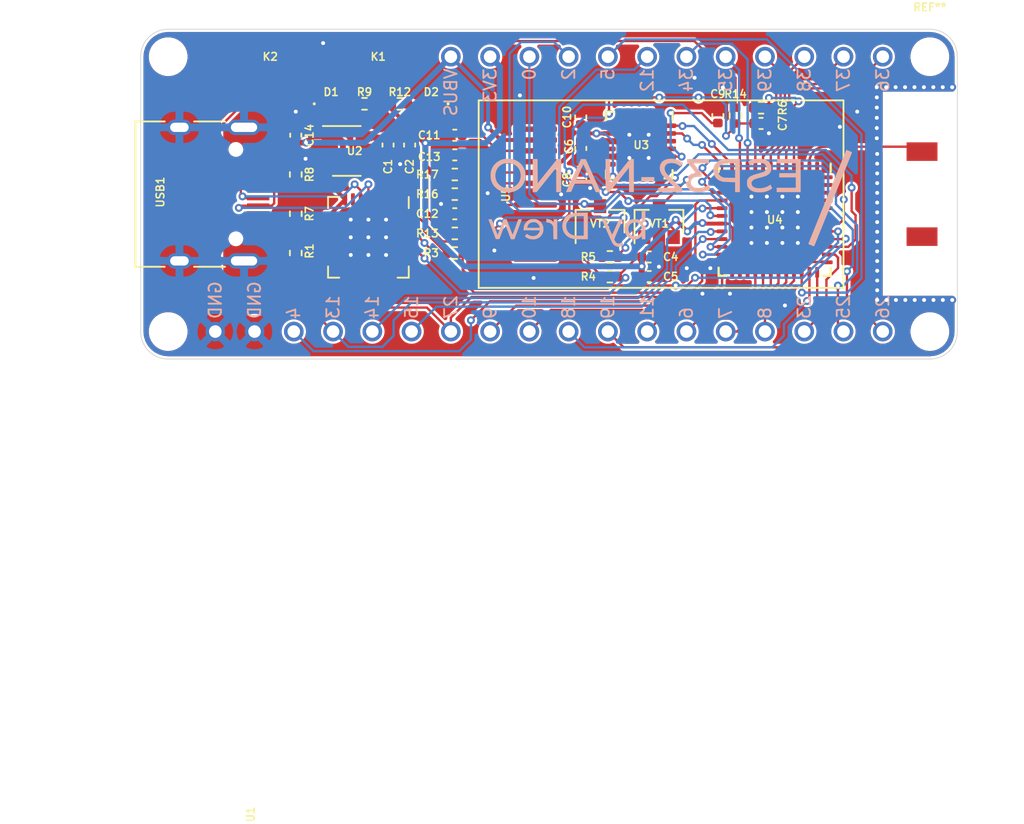
<source format=kicad_pcb>
(kicad_pcb (version 20171130) (host pcbnew "(5.1.10-1-10_14)")
  (title_block (title ESP32-NANO) (date 2021-09-28) (rev 1.0) (company Drew))
  (layers (0 F.Cu signal) (31 B.Cu signal) (34 B.Paste user) (35 F.Paste user) (36 B.SilkS user) (37 F.SilkS user) (38 B.Mask user) (39 F.Mask user) (44 Edge.Cuts user))
  (net 0 "")
  (net 1 "Net-(A1-Pad1)")
  (net 2 +3V3)
  (net 3 EN)
  (net 4 "Net-(C8-Pad2)")
  (net 5 "Net-(C9-Pad2)")
  (net 6 "Net-(C12-Pad1)")
  (net 7 "Net-(C13-Pad1)")
  (net 8 "Net-(D1-Pad2)")
  (net 9 GPIO27)
  (net 10 "Net-(D2-Pad2)")
  (net 11 "Net-(K1-Pad3)")
  (net 12 VBUS)
  (net 13 GPIO0)
  (net 14 GPIO2)
  (net 15 GPIO5)
  (net 16 GPIO12)
  (net 17 GPIO34)
  (net 18 GPIO35)
  (net 19 SENSOR_VN)
  (net 20 GPIO38)
  (net 21 GPIO37)
  (net 22 SENSOR_VP)
  (net 23 GPIO4)
  (net 24 GPIO13)
  (net 25 GPIO14)
  (net 26 GPIO15)
  (net 27 GPIO9)
  (net 28 GPIO10)
  (net 29 GPIO18)
  (net 30 GPIO19)
  (net 31 GPIO11)
  (net 32 GPIO6)
  (net 33 GPIO7)
  (net 34 GPIO8)
  (net 35 GPIO23)
  (net 36 GPIO25)
  (net 37 GPIO26)
  (net 38 "Net-(R1-Pad1)")
  (net 39 "Net-(R3-Pad2)")
  (net 40 CP_Tx)
  (net 41 DTR)
  (net 42 "Net-(R4-Pad1)")
  (net 43 RTS)
  (net 44 "Net-(R5-Pad1)")
  (net 45 "Net-(R7-Pad2)")
  (net 46 "Net-(R8-Pad2)")
  (net 47 "Net-(R16-Pad1)")
  (net 48 "Net-(R17-Pad2)")
  (net 49 "Net-(U1-Pad27)")
  (net 50 CP_Rx)
  (net 51 "Net-(U1-Pad23)")
  (net 52 "Net-(U1-Pad22)")
  (net 53 "Net-(U1-Pad21)")
  (net 54 "Net-(U1-Pad20)")
  (net 55 "Net-(U1-Pad19)")
  (net 56 "Net-(U1-Pad18)")
  (net 57 "Net-(U1-Pad17)")
  (net 58 "Net-(U1-Pad16)")
  (net 59 "Net-(U1-Pad15)")
  (net 60 "Net-(U1-Pad14)")
  (net 61 "Net-(U1-Pad13)")
  (net 62 "Net-(U1-Pad12)")
  (net 63 "Net-(U1-Pad11)")
  (net 64 "Net-(U1-Pad10)")
  (net 65 "Net-(U1-Pad6)")
  (net 66 USB-PWR-DM)
  (net 67 USB-PWR-DP)
  (net 68 "Net-(U1-Pad2)")
  (net 69 "Net-(U1-Pad1)")
  (net 70 "Net-(U2-Pad4)")
  (net 71 GPIO32)
  (net 72 GPIO33)
  (net 73 "Net-(U3-Pad12)")
  (net 74 "Net-(U3-Pad7)")
  (net 75 "Net-(U3-Pad6)")
  (net 76 "Net-(U4-Pad48)")
  (net 77 "Net-(U4-Pad47)")
  (net 78 "Net-(U4-Pad45)")
  (net 79 "Net-(U4-Pad44)")
  (net 80 GPIO21)
  (net 81 GPIO22)
  (net 82 FLASH_SD0)
  (net 83 "Net-(U4-Pad26)")
  (net 84 FLASH_CS)
  (net 85 "Net-(U5-Pad13)")
  (net 86 "Net-(U5-Pad1)")
  (net 87 "Net-(USB1-PadB8)")
  (net 88 "Net-(USB1-PadA8)")
  (net 89 GND)
  (module logo:logo (layer B.Cu) (at 59.30025 36.45775 180)
    (fp_text reference G*** hide)
    (fp_text value LOGO hide)
  )
  (module ESP32_PICO_D4:ESP32_PICO_D4 (layer F.Cu) (at 66.41225 37.72775 270)
    (fp_text reference U4 (at 0 -0.00875 180) (layer F.SilkS) (effects (font (size 0.5 0.5) (thickness 0.1))))
    (fp_text value ESP32PICO_D4)
    (pad 49 smd roundrect (at 0 0 270) (size 4.2 4.2) (layers F.Cu F.Mask) (roundrect_rratio 0.06) (net 89 GND))
    (pad 48 smd roundrect (at -2.75 -3.4) (size 0.7 0.25) (layers F.Cu F.Paste F.Mask) (net 76 "Net-(U4-Pad48)"))
    (pad 47 smd roundrect (at -2.25 -3.4) (size 0.7 0.25) (layers F.Cu F.Paste F.Mask) (net 77 "Net-(U4-Pad47)"))
    (pad 46 smd roundrect (at -1.75 -3.4) (size 0.7 0.25) (layers F.Cu F.Paste F.Mask) (net 2 +3V3))
    (pad 45 smd roundrect (at -1.25 -3.4) (size 0.7 0.25) (layers F.Cu F.Paste F.Mask) (net 78 "Net-(U4-Pad45)"))
    (pad 44 smd roundrect (at -0.75 -3.4) (size 0.7 0.25) (layers F.Cu F.Paste F.Mask) (net 79 "Net-(U4-Pad44)"))
    (pad 43 smd roundrect (at -0.25 -3.4) (size 0.7 0.25) (layers F.Cu F.Paste F.Mask) (net 2 +3V3))
    (pad 42 smd roundrect (at 0.25 -3.4) (size 0.7 0.25) (layers F.Cu F.Paste F.Mask) (net 80 GPIO21))
    (pad 41 smd roundrect (at 0.75 -3.4) (size 0.7 0.25) (layers F.Cu F.Paste F.Mask) (net 50 CP_Rx))
    (pad 40 smd roundrect (at 1.25 -3.4) (size 0.7 0.25) (layers F.Cu F.Paste F.Mask) (net 40 CP_Tx))
    (pad 39 smd roundrect (at 1.75 -3.4) (size 0.7 0.25) (layers F.Cu F.Paste F.Mask) (net 81 GPIO22))
    (pad 38 smd roundrect (at 2.25 -3.4) (size 0.7 0.25) (layers F.Cu F.Paste F.Mask) (net 30 GPIO19))
    (pad 37 smd roundrect (at 2.75 -3.4) (size 0.7 0.25) (layers F.Cu F.Paste F.Mask) (net 2 +3V3))
    (pad 36 smd roundrect (at 3.4 -2.75 270) (size 0.7 0.25) (layers F.Cu F.Paste F.Mask) (net 35 GPIO23))
    (pad 35 smd roundrect (at 3.4 -2.25 270) (size 0.7 0.25) (layers F.Cu F.Paste F.Mask) (net 29 GPIO18))
    (pad 34 smd roundrect (at 3.4 -1.75 270) (size 0.7 0.25) (layers F.Cu F.Paste F.Mask) (net 15 GPIO5))
    (pad 33 smd roundrect (at 3.4 -1.25 270) (size 0.7 0.25) (layers F.Cu F.Paste F.Mask) (net 34 GPIO8))
    (pad 32 smd roundrect (at 3.4 -0.75 270) (size 0.7 0.25) (layers F.Cu F.Paste F.Mask) (net 33 GPIO7))
    (pad 31 smd roundrect (at 3.4 -0.25 270) (size 0.7 0.25) (layers F.Cu F.Paste F.Mask) (net 32 GPIO6))
    (pad 30 smd roundrect (at 3.4 0.25 270) (size 0.7 0.25) (layers F.Cu F.Paste F.Mask) (net 31 GPIO11))
    (pad 29 smd roundrect (at 3.4 0.75 270) (size 0.7 0.25) (layers F.Cu F.Paste F.Mask) (net 28 GPIO10))
    (pad 28 smd roundrect (at 3.4 1.25 270) (size 0.7 0.25) (layers F.Cu F.Paste F.Mask) (net 27 GPIO9))
    (pad 27 smd roundrect (at 3.4 1.75 270) (size 0.7 0.25) (layers F.Cu F.Paste F.Mask) (net 82 FLASH_SD0))
    (pad 26 smd roundrect (at 3.4 2.25 270) (size 0.7 0.25) (layers F.Cu F.Paste F.Mask) (net 83 "Net-(U4-Pad26)"))
    (pad 25 smd roundrect (at 3.4 2.75 270) (size 0.7 0.25) (layers F.Cu F.Paste F.Mask) (net 84 FLASH_CS))
    (pad 24 smd roundrect (at 2.75 3.4) (size 0.7 0.25) (layers F.Cu F.Paste F.Mask) (net 23 GPIO4))
    (pad 23 smd roundrect (at 2.25 3.4) (size 0.7 0.25) (layers F.Cu F.Paste F.Mask) (net 13 GPIO0))
    (pad 22 smd roundrect (at 1.75 3.4) (size 0.7 0.25) (layers F.Cu F.Paste F.Mask) (net 14 GPIO2))
    (pad 21 smd roundrect (at 1.25 3.4) (size 0.7 0.25) (layers F.Cu F.Paste F.Mask) (net 26 GPIO15))
    (pad 20 smd roundrect (at 0.75 3.4) (size 0.7 0.25) (layers F.Cu F.Paste F.Mask) (net 24 GPIO13))
    (pad 19 smd roundrect (at 0.25 3.4) (size 0.7 0.25) (layers F.Cu F.Paste F.Mask) (net 2 +3V3))
    (pad 18 smd roundrect (at -0.25 3.4) (size 0.7 0.25) (layers F.Cu F.Paste F.Mask) (net 16 GPIO12))
    (pad 17 smd roundrect (at -0.75 3.4) (size 0.7 0.25) (layers F.Cu F.Paste F.Mask) (net 25 GPIO14))
    (pad 16 smd roundrect (at -1.25 3.4) (size 0.7 0.25) (layers F.Cu F.Paste F.Mask) (net 9 GPIO27))
    (pad 15 smd roundrect (at -1.75 3.4) (size 0.7 0.25) (layers F.Cu F.Paste F.Mask) (net 37 GPIO26))
    (pad 14 smd roundrect (at -2.25 3.4) (size 0.7 0.25) (layers F.Cu F.Paste F.Mask) (net 36 GPIO25))
    (pad 13 smd roundrect (at -2.75 3.4) (size 0.7 0.25) (layers F.Cu F.Paste F.Mask) (net 72 GPIO33))
    (pad 12 smd roundrect (at -3.4 2.75 270) (size 0.7 0.25) (layers F.Cu F.Paste F.Mask) (net 71 GPIO32))
    (pad 11 smd roundrect (at -3.4 2.25 270) (size 0.7 0.25) (layers F.Cu F.Paste F.Mask) (net 18 GPIO35))
    (pad 10 smd roundrect (at -3.4 1.75 270) (size 0.7 0.25) (layers F.Cu F.Paste F.Mask) (net 17 GPIO34))
    (pad 9 smd roundrect (at -3.4 1.25 270) (size 0.7 0.25) (layers F.Cu F.Paste F.Mask) (net 3 EN))
    (pad 8 smd roundrect (at -3.4 0.75 270) (size 0.7 0.25) (layers F.Cu F.Paste F.Mask) (net 19 SENSOR_VN))
    (pad 7 smd roundrect (at -3.4 0.25 270) (size 0.7 0.25) (layers F.Cu F.Paste F.Mask) (net 20 GPIO38))
    (pad 6 smd roundrect (at -3.4 -0.25 270) (size 0.7 0.25) (layers F.Cu F.Paste F.Mask) (net 21 GPIO37))
    (pad 5 smd roundrect (at -3.4 -0.75 270) (size 0.7 0.25) (layers F.Cu F.Paste F.Mask) (net 22 SENSOR_VP))
    (pad 4 smd roundrect (at -3.4 -1.25 270) (size 0.7 0.25) (layers F.Cu F.Paste F.Mask) (net 2 +3V3))
    (pad 3 smd roundrect (at -3.4 -1.75 270) (size 0.7 0.25) (layers F.Cu F.Paste F.Mask) (net 2 +3V3))
    (pad 2 smd roundrect (at -3.4 -2.25 270) (size 0.7 0.25) (layers F.Cu F.Paste F.Mask) (net 1 "Net-(A1-Pad1)"))
    (pad 1 smd roundrect (at -3.4 -2.75 270) (size 0.7 0.25) (layers F.Cu F.Paste F.Mask) (net 2 +3V3))
  )
  (module Package_TO_SOT_SMD:SOT-23-5 (layer F.Cu) (at 38.735 33.274)
    (fp_text reference U2 (at 0.508 0) (layer F.SilkS) (effects (font (size 0.5 0.5) (thickness 0.1))))
    (fp_text value ME6211C33M5G)
    (pad 5 smd rect (at 1.1 -0.95) (size 1.06 0.65) (layers F.Cu F.Paste F.Mask) (net 2 +3V3))
    (pad 4 smd rect (at 1.1 0.95) (size 1.06 0.65) (layers F.Cu F.Paste F.Mask) (net 70 "Net-(U2-Pad4)"))
    (pad 3 smd rect (at -1.1 0.95) (size 1.06 0.65) (layers F.Cu F.Paste F.Mask) (net 12 VBUS))
    (pad 2 smd rect (at -1.1 0) (size 1.06 0.65) (layers F.Cu F.Paste F.Mask) (net 89 GND))
    (pad 1 smd rect (at -1.1 -0.95) (size 1.06 0.65) (layers F.Cu F.Paste F.Mask) (net 12 VBUS))
  )
  (module Capacitor_SMD:C_0402_1005Metric (layer F.Cu) (at 35.433 32.258 90)
    (fp_text reference C14 (at 0 0.889 90) (layer F.SilkS) (effects (font (size 0.5 0.5) (thickness 0.1))))
    (fp_text value 1uF)
    (pad 2 smd roundrect (at 0.48 0 90) (size 0.56 0.62) (layers F.Cu F.Paste F.Mask) (net 89 GND))
    (pad 1 smd roundrect (at -0.48 0 90) (size 0.56 0.62) (layers F.Cu F.Paste F.Mask) (net 12 VBUS))
  )
  (module Capacitor_SMD:C_0402_1005Metric (layer F.Cu) (at 45.72 32.258 180)
    (fp_text reference C13 (at 1.651 -1.397) (layer F.SilkS) (effects (font (size 0.5 0.5) (thickness 0.1))))
    (fp_text value 10uF)
    (pad 2 smd roundrect (at 0.48 0 180) (size 0.56 0.62) (layers F.Cu F.Paste F.Mask) (net 89 GND))
    (pad 1 smd roundrect (at -0.48 0 180) (size 0.56 0.62) (layers F.Cu F.Paste F.Mask) (net 7 "Net-(C13-Pad1)"))
  )
  (module Capacitor_SMD:C_0402_1005Metric (layer F.Cu) (at 45.72 37.338 180)
    (fp_text reference C12 (at 1.778 0) (layer F.SilkS) (effects (font (size 0.5 0.5) (thickness 0.1))))
    (fp_text value 10uF)
    (pad 2 smd roundrect (at 0.48 0 180) (size 0.56 0.62) (layers F.Cu F.Paste F.Mask) (net 89 GND))
    (pad 1 smd roundrect (at -0.48 0 180) (size 0.56 0.62) (layers F.Cu F.Paste F.Mask) (net 6 "Net-(C12-Pad1)"))
  )
  (module Capacitor_SMD:C_0402_1005Metric (layer F.Cu) (at 45.72 33.528)
    (fp_text reference C11 (at -1.651 -1.27) (layer F.SilkS) (effects (font (size 0.5 0.5) (thickness 0.1))))
    (fp_text value 10uF)
    (pad 2 smd roundrect (at 0.48 0) (size 0.56 0.62) (layers F.Cu F.Paste F.Mask) (net 2 +3V3))
    (pad 1 smd roundrect (at -0.48 0) (size 0.56 0.62) (layers F.Cu F.Paste F.Mask) (net 89 GND))
  )
  (module Capacitor_SMD:C_0402_1005Metric (layer F.Cu) (at 53.86825 31.07975 270)
    (fp_text reference C10 (at 0 0.889 90) (layer F.SilkS) (effects (font (size 0.5 0.5) (thickness 0.1))))
    (fp_text value 0.1uF)
    (pad 2 smd roundrect (at 0.48 0 270) (size 0.56 0.62) (layers F.Cu F.Paste F.Mask) (net 2 +3V3))
    (pad 1 smd roundrect (at -0.48 0 270) (size 0.56 0.62) (layers F.Cu F.Paste F.Mask) (net 89 GND))
  )
  (module Capacitor_SMD:C_0402_1005Metric (layer F.Cu) (at 62.738 30.988 270)
    (fp_text reference C9 (at -1.397 0 180) (layer F.SilkS) (effects (font (size 0.5 0.5) (thickness 0.1))))
    (fp_text value 2.2nF)
    (pad 2 smd roundrect (at 0.48 0 270) (size 0.56 0.62) (layers F.Cu F.Paste F.Mask) (net 5 "Net-(C9-Pad2)"))
    (pad 1 smd roundrect (at -0.48 0 270) (size 0.56 0.62) (layers F.Cu F.Paste F.Mask) (net 89 GND))
  )
  (module Capacitor_SMD:C_0402_1005Metric (layer F.Cu) (at 53.86825 35.14375 90)
    (fp_text reference C8 (at 0 -0.889 90) (layer F.SilkS) (effects (font (size 0.5 0.5) (thickness 0.1))))
    (fp_text value 0.1uF)
    (pad 2 smd roundrect (at 0.48 0 90) (size 0.56 0.62) (layers F.Cu F.Paste F.Mask) (net 4 "Net-(C8-Pad2)"))
    (pad 1 smd roundrect (at -0.48 0 90) (size 0.56 0.62) (layers F.Cu F.Paste F.Mask) (net 89 GND))
  )
  (module Capacitor_SMD:C_0402_1005Metric (layer F.Cu) (at 65.532 31.496)
    (fp_text reference C7 (at 1.397 0 270) (layer F.SilkS) (effects (font (size 0.5 0.5) (thickness 0.1))))
    (fp_text value 0.1uF)
    (pad 2 smd roundrect (at 0.48 0) (size 0.56 0.62) (layers F.Cu F.Paste F.Mask) (net 89 GND))
    (pad 1 smd roundrect (at -0.48 0) (size 0.56 0.62) (layers F.Cu F.Paste F.Mask) (net 3 EN))
  )
  (module Capacitor_SMD:C_0402_1005Metric (layer F.Cu) (at 53.86825 33.11175 270)
    (fp_text reference C6 (at -0.127 0.762 90) (layer F.SilkS) (effects (font (size 0.5 0.5) (thickness 0.1))))
    (fp_text value 10nF)
    (pad 2 smd roundrect (at 0.48 0 270) (size 0.56 0.62) (layers F.Cu F.Paste F.Mask) (net 89 GND))
    (pad 1 smd roundrect (at -0.48 0 270) (size 0.56 0.62) (layers F.Cu F.Paste F.Mask) (net 2 +3V3))
  )
  (module Capacitor_SMD:C_0402_1005Metric (layer F.Cu) (at 58.293 41.402)
    (fp_text reference C5 (at 1.397 0) (layer F.SilkS) (effects (font (size 0.5 0.5) (thickness 0.1))))
    (fp_text value 0.1uF)
    (pad 2 smd roundrect (at 0.48 0) (size 0.56 0.62) (layers F.Cu F.Paste F.Mask) (net 89 GND))
    (pad 1 smd roundrect (at -0.48 0) (size 0.56 0.62) (layers F.Cu F.Paste F.Mask) (net 2 +3V3))
  )
  (module Capacitor_SMD:C_0402_1005Metric (layer F.Cu) (at 58.293 40.132)
    (fp_text reference C4 (at 1.397 0) (layer F.SilkS) (effects (font (size 0.5 0.5) (thickness 0.1))))
    (fp_text value 10uF)
    (pad 2 smd roundrect (at 0.48 0) (size 0.56 0.62) (layers F.Cu F.Paste F.Mask) (net 89 GND))
    (pad 1 smd roundrect (at -0.48 0) (size 0.56 0.62) (layers F.Cu F.Paste F.Mask) (net 2 +3V3))
  )
  (module Capacitor_SMD:C_0402_1005Metric (layer F.Cu) (at 42.799 32.893 270)
    (fp_text reference C2 (at 1.397 0 90) (layer F.SilkS) (effects (font (size 0.5 0.5) (thickness 0.1))))
    (fp_text value 10uF)
    (pad 2 smd roundrect (at 0.48 0 270) (size 0.56 0.62) (layers F.Cu F.Paste F.Mask) (net 89 GND))
    (pad 1 smd roundrect (at -0.48 0 270) (size 0.56 0.62) (layers F.Cu F.Paste F.Mask) (net 2 +3V3))
  )
  (module Capacitor_SMD:C_0402_1005Metric (layer F.Cu) (at 41.402 32.893 270)
    (fp_text reference C1 (at 1.397 0 90) (layer F.SilkS) (effects (font (size 0.5 0.5) (thickness 0.1))))
    (fp_text value 1uF)
    (pad 2 smd roundrect (at 0.48 0 270) (size 0.56 0.62) (layers F.Cu F.Paste F.Mask) (net 89 GND))
    (pad 1 smd roundrect (at -0.48 0 270) (size 0.56 0.62) (layers F.Cu F.Paste F.Mask) (net 2 +3V3))
  )
  (module OLED-12880:OLED-12880 (layer F.Cu) (at 50.927 36.068 90)
    (fp_text reference U5 (at 0 -1.905 90) (layer F.SilkS) (effects (font (size 0.5 0.5) (thickness 0.1))))
    (fp_text value OLED-12880)
    (pad 1 smd roundrect (at 4.2 0 90) (size 0.35 2.8) (layers F.Cu F.Mask) (net 86 "Net-(U5-Pad1)"))
    (pad 2 smd roundrect (at 3.5 0 90) (size 0.35 2.8) (layers F.Cu F.Mask) (net 12 VBUS))
    (pad 3 smd roundrect (at 2.8 0 90) (size 0.35 2.8) (layers F.Cu F.Mask) (net 7 "Net-(C13-Pad1)"))
    (pad 4 smd roundrect (at 2.1 0 90) (size 0.35 2.8) (layers F.Cu F.Mask) (net 2 +3V3))
    (pad 5 smd roundrect (at 1.4 0 90) (size 0.35 2.8) (layers F.Cu F.Mask) (net 48 "Net-(R17-Pad2)"))
    (pad 6 smd roundrect (at 0.7 0 90) (size 0.35 2.8) (layers F.Cu F.Mask) (net 47 "Net-(R16-Pad1)"))
    (pad 7 smd roundrect (at 0 0 90) (size 0.35 2.8) (layers F.Cu F.Mask) (net 89 GND))
    (pad 8 smd roundrect (at -0.7 0 90) (size 0.35 2.8) (layers F.Cu F.Mask) (net 6 "Net-(C12-Pad1)"))
    (pad 9 smd roundrect (at -1.4 0 90) (size 0.35 2.8) (layers F.Cu F.Mask) (net 89 GND))
    (pad 10 smd roundrect (at -2.1 0 90) (size 0.35 2.8) (layers F.Cu F.Mask) (net 81 GPIO22))
    (pad 11 smd roundrect (at -2.8 0 90) (size 0.35 2.8) (layers F.Cu F.Mask) (net 80 GPIO21))
    (pad 12 smd roundrect (at -3.5 0 90) (size 0.35 2.8) (layers F.Cu F.Mask) (net 89 GND))
    (pad 13 smd roundrect (at -4.2 0 90) (size 0.35 2.8) (layers F.Cu F.Mask) (net 85 "Net-(U5-Pad13)"))
  )
  (module MountingHole:MountingHole_2.2mm_M2 (layer F.Cu) (at 76.454 44.958)
    (fp_text reference REF** hide)
    (fp_text value MountingHole_2.2mm_M2)
    (pad 1 np_thru_hole circle (at 0 0) (size 2.2 2.2) (drill 2.2) (layers *.Cu *.Mask))
  )
  (module MountingHole:MountingHole_2.2mm_M2 (layer F.Cu) (at 76.454 27.178)
    (fp_text reference REF** (at 0 -3.2) (layer F.SilkS) (effects (font (size 0.5 0.5) (thickness 0.1))))
    (fp_text value MountingHole_2.2mm_M2)
    (pad 1 np_thru_hole circle (at 0 0) (size 2.2 2.2) (drill 2.2) (layers *.Cu *.Mask))
  )
  (module MountingHole:MountingHole_2.2mm_M2 (layer F.Cu) (at 27.178 44.958)
    (fp_text reference REF** hide)
    (fp_text value MountingHole_2.2mm_M2)
    (pad 1 np_thru_hole circle (at 0 0) (size 2.2 2.2) (drill 2.2) (layers *.Cu *.Mask))
  )
  (module MountingHole:MountingHole_2.2mm_M2 (layer F.Cu) (at 27.178 27.178)
    (fp_text reference REF** hide)
    (fp_text value MountingHole_2.2mm_M2)
    (pad 1 np_thru_hole circle (at 0 0) (size 2.2 2.2) (drill 2.2) (layers *.Cu *.Mask))
  )
  (module Package_TO_SOT_SMD:SOT-23 (layer F.Cu) (at 55.118 37.846 90)
    (fp_text reference VT2 (at -0.127 0 180) (layer F.SilkS) (effects (font (size 0.5 0.5) (thickness 0.1))))
    (fp_text value S8050)
    (pad 3 smd rect (at 1 0 90) (size 0.9 0.8) (layers F.Cu F.Paste F.Mask) (net 13 GPIO0))
    (pad 2 smd rect (at -1 0.95 90) (size 0.9 0.8) (layers F.Cu F.Paste F.Mask) (net 41 DTR))
    (pad 1 smd rect (at -1 -0.95 90) (size 0.9 0.8) (layers F.Cu F.Paste F.Mask) (net 44 "Net-(R5-Pad1)"))
  )
  (module Package_TO_SOT_SMD:SOT-23 (layer F.Cu) (at 58.928 37.846 90)
    (fp_text reference VT1 (at -0.127 0 180) (layer F.SilkS) (effects (font (size 0.5 0.5) (thickness 0.1))))
    (fp_text value S8050)
    (pad 3 smd rect (at 1 0 90) (size 0.9 0.8) (layers F.Cu F.Paste F.Mask) (net 3 EN))
    (pad 2 smd rect (at -1 0.95 90) (size 0.9 0.8) (layers F.Cu F.Paste F.Mask) (net 43 RTS))
    (pad 1 smd rect (at -1 -0.95 90) (size 0.9 0.8) (layers F.Cu F.Paste F.Mask) (net 42 "Net-(R4-Pad1)"))
  )
  (module Connector_USB:USB_C_Receptacle_HRO_TYPE-C-31-M-12 (layer F.Cu) (at 28.956 36.068 270)
    (fp_text reference USB1 (at -0.127 2.286 90) (layer F.SilkS) (effects (font (size 0.5 0.5) (thickness 0.1))))
    (fp_text value USB_C_16_PIN)
    (pad B1 smd rect (at 3.25 -4.045 270) (size 0.6 1.45) (layers F.Cu F.Paste F.Mask) (net 89 GND))
    (pad A9 smd rect (at 2.45 -4.045 270) (size 0.6 1.45) (layers F.Cu F.Paste F.Mask) (net 12 VBUS))
    (pad B9 smd rect (at -2.45 -4.045 270) (size 0.6 1.45) (layers F.Cu F.Paste F.Mask) (net 12 VBUS))
    (pad B12 smd rect (at -3.25 -4.045 270) (size 0.6 1.45) (layers F.Cu F.Paste F.Mask) (net 89 GND))
    (pad A1 smd rect (at -3.25 -4.045 270) (size 0.6 1.45) (layers F.Cu F.Paste F.Mask) (net 89 GND))
    (pad A4 smd rect (at -2.45 -4.045 270) (size 0.6 1.45) (layers F.Cu F.Paste F.Mask) (net 12 VBUS))
    (pad B4 smd rect (at 2.45 -4.045 270) (size 0.6 1.45) (layers F.Cu F.Paste F.Mask) (net 12 VBUS))
    (pad A12 smd rect (at 3.25 -4.045 270) (size 0.6 1.45) (layers F.Cu F.Paste F.Mask) (net 89 GND))
    (pad B8 smd rect (at -1.75 -4.045 270) (size 0.3 1.45) (layers F.Cu F.Paste F.Mask) (net 87 "Net-(USB1-PadB8)"))
    (pad A5 smd rect (at -1.25 -4.045 270) (size 0.3 1.45) (layers F.Cu F.Paste F.Mask) (net 46 "Net-(R8-Pad2)"))
    (pad B7 smd rect (at -0.75 -4.045 270) (size 0.3 1.45) (layers F.Cu F.Paste F.Mask) (net 66 USB-PWR-DM))
    (pad A7 smd rect (at 0.25 -4.045 270) (size 0.3 1.45) (layers F.Cu F.Paste F.Mask) (net 66 USB-PWR-DM))
    (pad B6 smd rect (at 0.75 -4.045 270) (size 0.3 1.45) (layers F.Cu F.Paste F.Mask) (net 67 USB-PWR-DP))
    (pad A8 smd rect (at 1.25 -4.045 270) (size 0.3 1.45) (layers F.Cu F.Paste F.Mask) (net 88 "Net-(USB1-PadA8)"))
    (pad B5 smd rect (at 1.75 -4.045 270) (size 0.3 1.45) (layers F.Cu F.Paste F.Mask) (net 45 "Net-(R7-Pad2)"))
    (pad A6 smd rect (at -0.25 -4.045 270) (size 0.3 1.45) (layers F.Cu F.Paste F.Mask) (net 67 USB-PWR-DP))
    (pad S1 thru_hole oval (at 4.32 -3.13 270) (size 1 2.1) (drill oval 0.6 1.7) (layers *.Cu *.Mask) (net 89 GND))
    (pad S1 thru_hole oval (at -4.32 -3.13 270) (size 1 2.1) (drill oval 0.6 1.7) (layers *.Cu *.Mask) (net 89 GND))
    (pad "" np_thru_hole circle (at -2.89 -2.6 270) (size 0.65 0.65) (drill 0.65) (layers *.Cu *.Mask))
    (pad S1 thru_hole oval (at -4.32 1.05 270) (size 1 1.6) (drill oval 0.6 1.2) (layers *.Cu *.Mask) (net 89 GND))
    (pad "" np_thru_hole circle (at 2.89 -2.6 270) (size 0.65 0.65) (drill 0.65) (layers *.Cu *.Mask))
    (pad S1 thru_hole oval (at 4.32 1.05 270) (size 1 1.6) (drill oval 0.6 1.2) (layers *.Cu *.Mask) (net 89 GND))
  )
  (module Sensor_Motion:InvenSense_QFN-24_4x4mm_P0.5mm (layer F.Cu) (at 57.658 32.893 270)
    (fp_text reference U3 (at 0 -0.127 180) (layer F.SilkS) (effects (font (size 0.5 0.5) (thickness 0.1))))
    (fp_text value MPU-6050)
    (pad 24 smd roundrect (at -1.25 -1.95) (size 0.85 0.3) (layers F.Cu F.Paste F.Mask) (net 71 GPIO32))
    (pad 23 smd roundrect (at -0.75 -1.95) (size 0.85 0.3) (layers F.Cu F.Paste F.Mask) (net 72 GPIO33))
    (pad 22 smd roundrect (at -0.25 -1.95) (size 0.85 0.3) (layers F.Cu F.Paste F.Mask))
    (pad 21 smd roundrect (at 0.25 -1.95) (size 0.85 0.3) (layers F.Cu F.Paste F.Mask))
    (pad 20 smd roundrect (at 0.75 -1.95) (size 0.85 0.3) (layers F.Cu F.Paste F.Mask) (net 5 "Net-(C9-Pad2)"))
    (pad 19 smd roundrect (at 1.25 -1.95) (size 0.85 0.3) (layers F.Cu F.Paste F.Mask))
    (pad 18 smd roundrect (at 1.95 -1.25 270) (size 0.85 0.3) (layers F.Cu F.Paste F.Mask) (net 89 GND))
    (pad 17 smd roundrect (at 1.95 -0.75 270) (size 0.85 0.3) (layers F.Cu F.Paste F.Mask))
    (pad 16 smd roundrect (at 1.95 -0.25 270) (size 0.85 0.3) (layers F.Cu F.Paste F.Mask))
    (pad 15 smd roundrect (at 1.95 0.25 270) (size 0.85 0.3) (layers F.Cu F.Paste F.Mask))
    (pad 14 smd roundrect (at 1.95 0.75 270) (size 0.85 0.3) (layers F.Cu F.Paste F.Mask))
    (pad 13 smd roundrect (at 1.95 1.25 270) (size 0.85 0.3) (layers F.Cu F.Paste F.Mask) (net 2 +3V3))
    (pad 12 smd roundrect (at 1.25 1.95) (size 0.85 0.3) (layers F.Cu F.Paste F.Mask) (net 73 "Net-(U3-Pad12)"))
    (pad 11 smd roundrect (at 0.75 1.95) (size 0.85 0.3) (layers F.Cu F.Paste F.Mask) (net 89 GND))
    (pad 10 smd roundrect (at 0.25 1.95) (size 0.85 0.3) (layers F.Cu F.Paste F.Mask) (net 4 "Net-(C8-Pad2)"))
    (pad 9 smd roundrect (at -0.25 1.95) (size 0.85 0.3) (layers F.Cu F.Paste F.Mask) (net 89 GND))
    (pad 8 smd roundrect (at -0.75 1.95) (size 0.85 0.3) (layers F.Cu F.Paste F.Mask) (net 2 +3V3))
    (pad 7 smd roundrect (at -1.25 1.95) (size 0.85 0.3) (layers F.Cu F.Paste F.Mask) (net 74 "Net-(U3-Pad7)"))
    (pad 6 smd roundrect (at -1.95 1.25 270) (size 0.85 0.3) (layers F.Cu F.Paste F.Mask) (net 75 "Net-(U3-Pad6)"))
    (pad 5 smd roundrect (at -1.95 0.75 270) (size 0.85 0.3) (layers F.Cu F.Paste F.Mask))
    (pad 4 smd roundrect (at -1.95 0.25 270) (size 0.85 0.3) (layers F.Cu F.Paste F.Mask))
    (pad 3 smd roundrect (at -1.95 -0.25 270) (size 0.85 0.3) (layers F.Cu F.Paste F.Mask))
    (pad 2 smd roundrect (at -1.95 -0.75 270) (size 0.85 0.3) (layers F.Cu F.Paste F.Mask))
    (pad 1 smd roundrect (at -1.95 -1.25 270) (size 0.85 0.3) (layers F.Cu F.Paste F.Mask) (net 89 GND))
  )
  (module Package_DFN_QFN:QFN-28-1EP_5x5mm_P0.5mm_EP3.35x3.35mm (layer F.Cu) (at 40.132 38.862 270)
    (fp_text reference U1 (at 37.338 7.62 90) (layer F.SilkS) (effects (font (size 0.5 0.5) (thickness 0.1))))
    (fp_text value CP2102N-A01-GQFN28)
    (pad 29 smd rect (at 0 0 270) (size 3.35 3.35) (layers F.Cu F.Mask) (net 89 GND))
    (pad 28 smd roundrect (at -1.5 -2.45 270) (size 0.25 0.8) (layers F.Cu F.Paste F.Mask) (net 41 DTR))
    (pad 27 smd roundrect (at -1 -2.45 270) (size 0.25 0.8) (layers F.Cu F.Paste F.Mask) (net 49 "Net-(U1-Pad27)"))
    (pad 26 smd roundrect (at -0.5 -2.45 270) (size 0.25 0.8) (layers F.Cu F.Paste F.Mask) (net 39 "Net-(R3-Pad2)"))
    (pad 25 smd roundrect (at 0 -2.45 270) (size 0.25 0.8) (layers F.Cu F.Paste F.Mask) (net 50 CP_Rx))
    (pad 24 smd roundrect (at 0.5 -2.45 270) (size 0.25 0.8) (layers F.Cu F.Paste F.Mask) (net 43 RTS))
    (pad 23 smd roundrect (at 1 -2.45 270) (size 0.25 0.8) (layers F.Cu F.Paste F.Mask) (net 51 "Net-(U1-Pad23)"))
    (pad 22 smd roundrect (at 1.5 -2.45 270) (size 0.25 0.8) (layers F.Cu F.Paste F.Mask) (net 52 "Net-(U1-Pad22)"))
    (pad 21 smd roundrect (at 2.45 -1.5 270) (size 0.8 0.25) (layers F.Cu F.Paste F.Mask) (net 53 "Net-(U1-Pad21)"))
    (pad 20 smd roundrect (at 2.45 -1 270) (size 0.8 0.25) (layers F.Cu F.Paste F.Mask) (net 54 "Net-(U1-Pad20)"))
    (pad 19 smd roundrect (at 2.45 -0.5 270) (size 0.8 0.25) (layers F.Cu F.Paste F.Mask) (net 55 "Net-(U1-Pad19)"))
    (pad 18 smd roundrect (at 2.45 0 270) (size 0.8 0.25) (layers F.Cu F.Paste F.Mask) (net 56 "Net-(U1-Pad18)"))
    (pad 17 smd roundrect (at 2.45 0.5 270) (size 0.8 0.25) (layers F.Cu F.Paste F.Mask) (net 57 "Net-(U1-Pad17)"))
    (pad 16 smd roundrect (at 2.45 1 270) (size 0.8 0.25) (layers F.Cu F.Paste F.Mask) (net 58 "Net-(U1-Pad16)"))
    (pad 15 smd roundrect (at 2.45 1.5 270) (size 0.8 0.25) (layers F.Cu F.Paste F.Mask) (net 59 "Net-(U1-Pad15)"))
    (pad 14 smd roundrect (at 1.5 2.45 270) (size 0.25 0.8) (layers F.Cu F.Paste F.Mask) (net 60 "Net-(U1-Pad14)"))
    (pad 13 smd roundrect (at 1 2.45 270) (size 0.25 0.8) (layers F.Cu F.Paste F.Mask) (net 61 "Net-(U1-Pad13)"))
    (pad 12 smd roundrect (at 0.5 2.45 270) (size 0.25 0.8) (layers F.Cu F.Paste F.Mask) (net 62 "Net-(U1-Pad12)"))
    (pad 11 smd roundrect (at 0 2.45 270) (size 0.25 0.8) (layers F.Cu F.Paste F.Mask) (net 63 "Net-(U1-Pad11)"))
    (pad 10 smd roundrect (at -0.5 2.45 270) (size 0.25 0.8) (layers F.Cu F.Paste F.Mask) (net 64 "Net-(U1-Pad10)"))
    (pad 9 smd roundrect (at -1 2.45 270) (size 0.25 0.8) (layers F.Cu F.Paste F.Mask) (net 38 "Net-(R1-Pad1)"))
    (pad 8 smd roundrect (at -1.5 2.45 270) (size 0.25 0.8) (layers F.Cu F.Paste F.Mask) (net 12 VBUS))
    (pad 7 smd roundrect (at -2.45 1.5 270) (size 0.8 0.25) (layers F.Cu F.Paste F.Mask) (net 12 VBUS))
    (pad 6 smd roundrect (at -2.45 1 270) (size 0.8 0.25) (layers F.Cu F.Paste F.Mask) (net 65 "Net-(U1-Pad6)"))
    (pad 5 smd roundrect (at -2.45 0.5 270) (size 0.8 0.25) (layers F.Cu F.Paste F.Mask) (net 66 USB-PWR-DM))
    (pad 4 smd roundrect (at -2.45 0 270) (size 0.8 0.25) (layers F.Cu F.Paste F.Mask) (net 67 USB-PWR-DP))
    (pad 3 smd roundrect (at -2.45 -0.5 270) (size 0.8 0.25) (layers F.Cu F.Paste F.Mask) (net 89 GND))
    (pad 2 smd roundrect (at -2.45 -1 270) (size 0.8 0.25) (layers F.Cu F.Paste F.Mask) (net 68 "Net-(U1-Pad2)"))
    (pad 1 smd roundrect (at -2.45 -1.5 270) (size 0.8 0.25) (layers F.Cu F.Paste F.Mask) (net 69 "Net-(U1-Pad1)"))
  )
  (module Resistor_SMD:R_0402_1005Metric (layer F.Cu) (at 45.72 34.798)
    (fp_text reference R17 (at -1.778 0) (layer F.SilkS) (effects (font (size 0.5 0.5) (thickness 0.1))))
    (fp_text value 4.7K)
    (pad 2 smd roundrect (at 0.51 0) (size 0.54 0.64) (layers F.Cu F.Paste F.Mask) (net 48 "Net-(R17-Pad2)"))
    (pad 1 smd roundrect (at -0.51 0) (size 0.54 0.64) (layers F.Cu F.Paste F.Mask) (net 2 +3V3))
  )
  (module Resistor_SMD:R_0402_1005Metric (layer F.Cu) (at 45.72 36.068 180)
    (fp_text reference R16 (at 1.778 0) (layer F.SilkS) (effects (font (size 0.5 0.5) (thickness 0.1))))
    (fp_text value 560K)
    (pad 2 smd roundrect (at 0.51 0 180) (size 0.54 0.64) (layers F.Cu F.Paste F.Mask) (net 89 GND))
    (pad 1 smd roundrect (at -0.51 0 180) (size 0.54 0.64) (layers F.Cu F.Paste F.Mask) (net 47 "Net-(R16-Pad1)"))
  )
  (module Resistor_SMD:R_0402_1005Metric (layer F.Cu) (at 63.881 30.988 90)
    (fp_text reference R14 (at 1.397 0 180) (layer F.SilkS) (effects (font (size 0.5 0.5) (thickness 0.1))))
    (fp_text value 1K)
    (pad 2 smd roundrect (at 0.51 0 90) (size 0.54 0.64) (layers F.Cu F.Paste F.Mask) (net 11 "Net-(K1-Pad3)"))
    (pad 1 smd roundrect (at -0.51 0 90) (size 0.54 0.64) (layers F.Cu F.Paste F.Mask) (net 3 EN))
  )
  (module Resistor_SMD:R_0402_1005Metric (layer F.Cu) (at 45.72 38.608)
    (fp_text reference R13 (at -1.778 0) (layer F.SilkS) (effects (font (size 0.5 0.5) (thickness 0.1))))
    (fp_text value 10K)
    (pad 2 smd roundrect (at 0.51 0) (size 0.54 0.64) (layers F.Cu F.Paste F.Mask) (net 6 "Net-(C12-Pad1)"))
    (pad 1 smd roundrect (at -0.51 0) (size 0.54 0.64) (layers F.Cu F.Paste F.Mask) (net 2 +3V3))
  )
  (module Resistor_SMD:R_0402_1005Metric (layer F.Cu) (at 42.164 30.226 180)
    (fp_text reference R12 (at 0 0.762) (layer F.SilkS) (effects (font (size 0.5 0.5) (thickness 0.1))))
    (fp_text value 10K)
    (pad 2 smd roundrect (at 0.51 0 180) (size 0.54 0.64) (layers F.Cu F.Paste F.Mask) (net 2 +3V3))
    (pad 1 smd roundrect (at -0.51 0 180) (size 0.54 0.64) (layers F.Cu F.Paste F.Mask) (net 10 "Net-(D2-Pad2)"))
  )
  (module Resistor_SMD:R_0402_1005Metric (layer F.Cu) (at 39.88 30.226)
    (fp_text reference R9 (at -0.002 -0.762) (layer F.SilkS) (effects (font (size 0.5 0.5) (thickness 0.1))))
    (fp_text value 10K)
    (pad 2 smd roundrect (at 0.51 0) (size 0.54 0.64) (layers F.Cu F.Paste F.Mask) (net 2 +3V3))
    (pad 1 smd roundrect (at -0.51 0) (size 0.54 0.64) (layers F.Cu F.Paste F.Mask) (net 8 "Net-(D1-Pad2)"))
  )
  (module Resistor_SMD:R_0402_1005Metric (layer F.Cu) (at 35.433 34.798 270)
    (fp_text reference R8 (at 0 -0.889 90) (layer F.SilkS) (effects (font (size 0.5 0.5) (thickness 0.1))))
    (fp_text value 5.1K)
    (pad 2 smd roundrect (at 0.51 0 270) (size 0.54 0.64) (layers F.Cu F.Paste F.Mask) (net 46 "Net-(R8-Pad2)"))
    (pad 1 smd roundrect (at -0.51 0 270) (size 0.54 0.64) (layers F.Cu F.Paste F.Mask) (net 89 GND))
  )
  (module Resistor_SMD:R_0402_1005Metric (layer F.Cu) (at 35.433 37.338 270)
    (fp_text reference R7 (at 0 -0.889 90) (layer F.SilkS) (effects (font (size 0.5 0.5) (thickness 0.1))))
    (fp_text value 5.1K)
    (pad 2 smd roundrect (at 0.51 0 270) (size 0.54 0.64) (layers F.Cu F.Paste F.Mask) (net 45 "Net-(R7-Pad2)"))
    (pad 1 smd roundrect (at -0.51 0 270) (size 0.54 0.64) (layers F.Cu F.Paste F.Mask) (net 89 GND))
  )
  (module Resistor_SMD:R_0402_1005Metric (layer F.Cu) (at 65.532 30.48)
    (fp_text reference R6 (at 1.397 0 270) (layer F.SilkS) (effects (font (size 0.5 0.5) (thickness 0.1))))
    (fp_text value 10K)
    (pad 2 smd roundrect (at 0.51 0) (size 0.54 0.64) (layers F.Cu F.Paste F.Mask) (net 2 +3V3))
    (pad 1 smd roundrect (at -0.51 0) (size 0.54 0.64) (layers F.Cu F.Paste F.Mask) (net 3 EN))
  )
  (module Resistor_SMD:R_0402_1005Metric (layer F.Cu) (at 55.753 41.402)
    (fp_text reference R5 (at -1.397 -1.27) (layer F.SilkS) (effects (font (size 0.5 0.5) (thickness 0.1))))
    (fp_text value 12K)
    (pad 2 smd roundrect (at 0.51 0) (size 0.54 0.64) (layers F.Cu F.Paste F.Mask) (net 43 RTS))
    (pad 1 smd roundrect (at -0.51 0) (size 0.54 0.64) (layers F.Cu F.Paste F.Mask) (net 44 "Net-(R5-Pad1)"))
  )
  (module Resistor_SMD:R_0402_1005Metric (layer F.Cu) (at 55.753 40.132 180)
    (fp_text reference R4 (at 1.397 -1.27) (layer F.SilkS) (effects (font (size 0.5 0.5) (thickness 0.1))))
    (fp_text value 12K)
    (pad 2 smd roundrect (at 0.51 0 180) (size 0.54 0.64) (layers F.Cu F.Paste F.Mask) (net 41 DTR))
    (pad 1 smd roundrect (at -0.51 0 180) (size 0.54 0.64) (layers F.Cu F.Paste F.Mask) (net 42 "Net-(R4-Pad1)"))
  )
  (module Resistor_SMD:R_0402_1005Metric (layer F.Cu) (at 45.72 39.878 180)
    (fp_text reference R3 (at 1.524 0) (layer F.SilkS) (effects (font (size 0.5 0.5) (thickness 0.1))))
    (fp_text value 200R)
    (pad 2 smd roundrect (at 0.51 0 180) (size 0.54 0.64) (layers F.Cu F.Paste F.Mask) (net 39 "Net-(R3-Pad2)"))
    (pad 1 smd roundrect (at -0.51 0 180) (size 0.54 0.64) (layers F.Cu F.Paste F.Mask) (net 40 CP_Tx))
  )
  (module Resistor_SMD:R_0402_1005Metric (layer F.Cu) (at 35.433 39.878 90)
    (fp_text reference R1 (at 0.127 0.889 90) (layer F.SilkS) (effects (font (size 0.5 0.5) (thickness 0.1))))
    (fp_text value 10K)
    (pad 2 smd roundrect (at 0.51 0 90) (size 0.54 0.64) (layers F.Cu F.Paste F.Mask) (net 12 VBUS))
    (pad 1 smd roundrect (at -0.51 0 90) (size 0.54 0.64) (layers F.Cu F.Paste F.Mask) (net 38 "Net-(R1-Pad1)"))
  )
  (module 18pin:18pin (layer F.Cu) (at 51.816 44.958 270)
    (fp_text reference P3 hide)
    (fp_text value Conn_01x18)
    (pad 18 thru_hole circle (at 0 21.59 270) (size 1.27 1.27) (drill 0.8128) (layers *.Cu *.Mask) (net 89 GND))
    (pad 17 thru_hole circle (at 0 19.05 270) (size 1.27 1.27) (drill 0.8128) (layers *.Cu *.Mask) (net 89 GND))
    (pad 16 thru_hole circle (at 0 16.51 270) (size 1.27 1.27) (drill 0.8128) (layers *.Cu *.Mask) (net 23 GPIO4))
    (pad 15 thru_hole circle (at 0 13.97 270) (size 1.27 1.27) (drill 0.8128) (layers *.Cu *.Mask) (net 24 GPIO13))
    (pad 14 thru_hole circle (at 0 11.43 270) (size 1.27 1.27) (drill 0.8128) (layers *.Cu *.Mask) (net 25 GPIO14))
    (pad 13 thru_hole circle (at 0 8.89 270) (size 1.27 1.27) (drill 0.8128) (layers *.Cu *.Mask) (net 26 GPIO15))
    (pad 12 thru_hole circle (at 0 6.35 270) (size 1.27 1.27) (drill 0.8128) (layers *.Cu *.Mask) (net 9 GPIO27))
    (pad 11 thru_hole circle (at 0 3.81 270) (size 1.27 1.27) (drill 0.8128) (layers *.Cu *.Mask) (net 27 GPIO9))
    (pad 10 thru_hole circle (at 0 1.27 270) (size 1.27 1.27) (drill 0.8128) (layers *.Cu *.Mask) (net 28 GPIO10))
    (pad 9 thru_hole circle (at 0 -1.27 270) (size 1.27 1.27) (drill 0.8128) (layers *.Cu *.Mask) (net 29 GPIO18))
    (pad 8 thru_hole circle (at 0 -3.81 270) (size 1.27 1.27) (drill 0.8128) (layers *.Cu *.Mask) (net 30 GPIO19))
    (pad 7 thru_hole circle (at 0 -6.35 270) (size 1.27 1.27) (drill 0.8128) (layers *.Cu *.Mask) (net 31 GPIO11))
    (pad 6 thru_hole circle (at 0 -8.89 270) (size 1.27 1.27) (drill 0.8128) (layers *.Cu *.Mask) (net 32 GPIO6))
    (pad 5 thru_hole circle (at 0 -11.43 270) (size 1.27 1.27) (drill 0.8128) (layers *.Cu *.Mask) (net 33 GPIO7))
    (pad 4 thru_hole circle (at 0 -13.97 270) (size 1.27 1.27) (drill 0.8128) (layers *.Cu *.Mask) (net 34 GPIO8))
    (pad 3 thru_hole circle (at 0 -16.51 270) (size 1.27 1.27) (drill 0.8128) (layers *.Cu *.Mask) (net 35 GPIO23))
    (pad 2 thru_hole circle (at 0 -19.05 270) (size 1.27 1.27) (drill 0.8128) (layers *.Cu *.Mask) (net 36 GPIO25))
    (pad 1 thru_hole circle (at 0 -21.59 270) (size 1.27 1.27) (drill 0.8128) (layers *.Cu *.Mask) (net 37 GPIO26))
  )
  (module 12pin:12pin (layer F.Cu) (at 59.436 27.178 270)
    (fp_text reference P2 hide)
    (fp_text value Conn_01x12)
    (pad 12 thru_hole circle (at 0 13.97 270) (size 1.27 1.27) (drill 0.8128) (layers *.Cu *.Mask) (net 12 VBUS))
    (pad 11 thru_hole circle (at 0 11.43 270) (size 1.27 1.27) (drill 0.8128) (layers *.Cu *.Mask) (net 2 +3V3))
    (pad 10 thru_hole circle (at 0 8.89 270) (size 1.27 1.27) (drill 0.8128) (layers *.Cu *.Mask) (net 13 GPIO0))
    (pad 9 thru_hole circle (at 0 6.35 270) (size 1.27 1.27) (drill 0.8128) (layers *.Cu *.Mask) (net 14 GPIO2))
    (pad 8 thru_hole circle (at 0 3.81 270) (size 1.27 1.27) (drill 0.8128) (layers *.Cu *.Mask) (net 15 GPIO5))
    (pad 7 thru_hole circle (at 0 1.27 270) (size 1.27 1.27) (drill 0.8128) (layers *.Cu *.Mask) (net 16 GPIO12))
    (pad 6 thru_hole circle (at 0 -1.27 270) (size 1.27 1.27) (drill 0.8128) (layers *.Cu *.Mask) (net 17 GPIO34))
    (pad 5 thru_hole circle (at 0 -3.81 270) (size 1.27 1.27) (drill 0.8128) (layers *.Cu *.Mask) (net 18 GPIO35))
    (pad 4 thru_hole circle (at 0 -6.35 270) (size 1.27 1.27) (drill 0.8128) (layers *.Cu *.Mask) (net 19 SENSOR_VN))
    (pad 3 thru_hole circle (at 0 -8.89 270) (size 1.27 1.27) (drill 0.8128) (layers *.Cu *.Mask) (net 20 GPIO38))
    (pad 2 thru_hole circle (at 0 -11.43 270) (size 1.27 1.27) (drill 0.8128) (layers *.Cu *.Mask) (net 21 GPIO37))
    (pad 1 thru_hole circle (at 0 -13.97 270) (size 1.27 1.27) (drill 0.8128) (layers *.Cu *.Mask) (net 22 SENSOR_VP))
  )
  (module SKSCLCE010:SKSCLCE010 (layer F.Cu) (at 33.782 26.924 180)
    (fp_text reference K2 (at 0 -0.254) (layer F.SilkS) (effects (font (size 0.5 0.5) (thickness 0.1))))
    (fp_text value SW_MEC_5E)
    (pad 1 smd rect (at -1.8 0.65 180) (size 1.4 0.9) (layers F.Cu F.Paste F.Mask) (net 89 GND))
    (pad 2 smd rect (at 1.8 0.65 180) (size 1.4 0.9) (layers F.Cu F.Paste F.Mask) (net 89 GND))
    (pad 4 smd rect (at 1.8 -0.65 180) (size 1.4 0.9) (layers F.Cu F.Paste F.Mask) (net 24 GPIO13))
    (pad 3 smd rect (at -1.8 -0.65 180) (size 1.4 0.9) (layers F.Cu F.Paste F.Mask) (net 24 GPIO13))
  )
  (module SKSCLCE010:SKSCLCE010 (layer F.Cu) (at 40.64 26.924 180)
    (fp_text reference K1 (at -0.127 -0.254) (layer F.SilkS) (effects (font (size 0.5 0.5) (thickness 0.1))))
    (fp_text value SW_MEC_5E)
    (pad 1 smd rect (at -1.8 0.65 180) (size 1.4 0.9) (layers F.Cu F.Paste F.Mask) (net 89 GND))
    (pad 2 smd rect (at 1.8 0.65 180) (size 1.4 0.9) (layers F.Cu F.Paste F.Mask) (net 89 GND))
    (pad 4 smd rect (at 1.8 -0.65 180) (size 1.4 0.9) (layers F.Cu F.Paste F.Mask) (net 11 "Net-(K1-Pad3)"))
    (pad 3 smd rect (at -1.8 -0.65 180) (size 1.4 0.9) (layers F.Cu F.Paste F.Mask) (net 11 "Net-(K1-Pad3)"))
  )
  (module LED_SMD:LED_0402_1005Metric (layer F.Cu) (at 44.196 30.226 180)
    (fp_text reference D2 (at 0 0.762) (layer F.SilkS) (effects (font (size 0.5 0.5) (thickness 0.1))))
    (fp_text value GREEN)
    (pad 2 smd roundrect (at 0.485 0 180) (size 0.59 0.64) (layers F.Cu F.Paste F.Mask) (net 10 "Net-(D2-Pad2)"))
    (pad 1 smd roundrect (at -0.485 0 180) (size 0.59 0.64) (layers F.Cu F.Paste F.Mask) (net 89 GND))
  )
  (module LED_SMD:LED_0402_1005Metric (layer F.Cu) (at 37.719 30.226)
    (fp_text reference D1 (at 0 -0.762) (layer F.SilkS) (effects (font (size 0.5 0.5) (thickness 0.1))))
    (fp_text value ORANGE)
    (pad 2 smd roundrect (at 0.485 0) (size 0.59 0.64) (layers F.Cu F.Paste F.Mask) (net 8 "Net-(D1-Pad2)"))
    (pad 1 smd roundrect (at -0.485 0) (size 0.59 0.64) (layers F.Cu F.Paste F.Mask) (net 9 GPIO27))
  )
  (module CA-C03:CA-C03 (layer F.Cu) (at 75.946 36.068 270)
    (fp_text reference A1 hide)
    (fp_text value Antenna)
    (pad 2 smd rect (at 2.75 0 270) (size 1.2 2) (layers F.Cu F.Paste F.Mask))
    (pad 1 smd rect (at -2.75 0 270) (size 1.2 2) (layers F.Cu F.Paste F.Mask) (net 1 "Net-(A1-Pad1)"))
  )
  (gr_text GND (at 30.226 42.926 90) (layer B.SilkS) (effects (font (size 0.8 0.8) (thickness 0.12)) (justify mirror)))
  (gr_text 37 (at 70.866 28.702 90) (layer B.SilkS) (effects (font (size 0.8 0.8) (thickness 0.12)) (justify mirror)))
  (gr_text 38 (at 68.326 28.702 90) (layer B.SilkS) (effects (font (size 0.8 0.8) (thickness 0.12)) (justify mirror)))
  (gr_text 39 (at 65.786 28.702 90) (layer B.SilkS) (effects (font (size 0.8 0.8) (thickness 0.12)) (justify mirror)))
  (gr_text 35 (at 63.246 28.702 90) (layer B.SilkS) (effects (font (size 0.8 0.8) (thickness 0.12)) (justify mirror)))
  (gr_text 34 (at 60.706 28.702 90) (layer B.SilkS) (effects (font (size 0.8 0.8) (thickness 0.12)) (justify mirror)))
  (gr_text 12 (at 58.166 28.702 90) (layer B.SilkS) (effects (font (size 0.8 0.8) (thickness 0.12)) (justify mirror)))
  (gr_text 5 (at 55.626 28.321048 90) (layer B.SilkS) (effects (font (size 0.8 0.8) (thickness 0.12)) (justify mirror)))
  (gr_text 2 (at 53.086 28.321048 90) (layer B.SilkS) (effects (font (size 0.8 0.8) (thickness 0.12)) (justify mirror)))
  (gr_text 0 (at 50.546 28.321048 90) (layer B.SilkS) (effects (font (size 0.8 0.8) (thickness 0.12)) (justify mirror)))
  (gr_text 3V3 (at 48.006 29.044857 90) (layer B.SilkS) (effects (font (size 0.8 0.8) (thickness 0.12)) (justify mirror)))
  (gr_text VBUS (at 45.466 29.482952 90) (layer B.SilkS) (effects (font (size 0.8 0.8) (thickness 0.12)) (justify mirror)))
  (gr_text 36 (at 73.406 28.702 90) (layer B.SilkS) (effects (font (size 0.8 0.8) (thickness 0.12)) (justify mirror)))
  (gr_text GND (at 32.766 42.926 90) (layer B.SilkS) (effects (font (size 0.8 0.8) (thickness 0.12)) (justify mirror)))
  (gr_text 4 (at 35.306 43.764095 90) (layer B.SilkS) (effects (font (size 0.8 0.8) (thickness 0.12)) (justify mirror)))
  (gr_text 13 (at 37.846 43.383142 90) (layer B.SilkS) (effects (font (size 0.8 0.8) (thickness 0.12)) (justify mirror)))
  (gr_text 14 (at 40.386 43.383142 90) (layer B.SilkS) (effects (font (size 0.8 0.8) (thickness 0.12)) (justify mirror)))
  (gr_text 15 (at 42.926 43.383142 90) (layer B.SilkS) (effects (font (size 0.8 0.8) (thickness 0.12)) (justify mirror)))
  (gr_text 27 (at 45.466 43.383142 90) (layer B.SilkS) (effects (font (size 0.8 0.8) (thickness 0.12)) (justify mirror)))
  (gr_text 9 (at 48.006 43.764095 90) (layer B.SilkS) (effects (font (size 0.8 0.8) (thickness 0.12)) (justify mirror)))
  (gr_text 10 (at 50.546 43.383142 90) (layer B.SilkS) (effects (font (size 0.8 0.8) (thickness 0.12)) (justify mirror)))
  (gr_text 18 (at 53.086 43.383142 90) (layer B.SilkS) (effects (font (size 0.8 0.8) (thickness 0.12)) (justify mirror)))
  (gr_text 19 (at 55.626 43.383142 90) (layer B.SilkS) (effects (font (size 0.8 0.8) (thickness 0.12)) (justify mirror)))
  (gr_text 11 (at 58.166 43.383142 90) (layer B.SilkS) (effects (font (size 0.8 0.8) (thickness 0.12)) (justify mirror)))
  (gr_text 6 (at 60.706 43.764095 90) (layer B.SilkS) (effects (font (size 0.8 0.8) (thickness 0.12)) (justify mirror)))
  (gr_text 7 (at 63.246 43.764095 90) (layer B.SilkS) (effects (font (size 0.8 0.8) (thickness 0.12)) (justify mirror)))
  (gr_text 8 (at 65.786 43.764095 90) (layer B.SilkS) (effects (font (size 0.8 0.8) (thickness 0.12)) (justify mirror)))
  (gr_text 23 (at 68.326 43.383142 90) (layer B.SilkS) (effects (font (size 0.8 0.8) (thickness 0.12)) (justify mirror)))
  (gr_text 25 (at 70.866 43.383142 90) (layer B.SilkS) (effects (font (size 0.8 0.8) (thickness 0.12)) (justify mirror)))
  (gr_text 26 (at 73.406 43.383142 90) (layer B.SilkS) (effects (font (size 0.8 0.8) (thickness 0.12)) (justify mirror)))
  (gr_line (start 47.266 42.133) (end 47.266 30.003) (layer F.SilkS) (width 0.12))
  (gr_line (start 70.866 42.133) (end 47.266 42.133) (layer F.SilkS) (width 0.12))
  (gr_line (start 70.866 30.003) (end 47.266 30.003) (layer F.SilkS) (width 0.12))
  (gr_line (start 70.866 30.003) (end 70.866 42.133) (layer F.SilkS) (width 0.12))
  (gr_arc (start 76.454 27.178) (end 78.232 27.178) (angle -90) (layer Edge.Cuts) (width 0.05))
  (gr_line (start 78.232 44.958) (end 78.232 27.178) (layer Edge.Cuts) (width 0.05))
  (gr_arc (start 76.454 44.958) (end 76.454 46.736) (angle -90) (layer Edge.Cuts) (width 0.05))
  (gr_line (start 27.178 46.736) (end 76.454 46.736) (layer Edge.Cuts) (width 0.05))
  (gr_arc (start 27.178 44.958) (end 25.4 44.958) (angle -90) (layer Edge.Cuts) (width 0.05))
  (gr_line (start 25.4 27.178) (end 25.4 44.958) (layer Edge.Cuts) (width 0.05))
  (gr_line (start 27.178 25.4) (end 76.454 25.4) (layer Edge.Cuts) (width 0.05))
  (gr_arc (start 27.178 27.178) (end 27.178 25.4) (angle -90) (layer Edge.Cuts) (width 0.05))
  (segment (start 68.66225 34) (end 68.66225 34.32775) (width 0.1524) (layer F.Cu) (net 1))
  (segment (start 68.66225 34) (end 68.667065 33.901982) (width 0.1524) (layer F.Cu) (net 1))
  (segment (start 68.667065 33.901982) (end 68.681464 33.804909) (width 0.1524) (layer F.Cu) (net 1))
  (segment (start 68.681464 33.804909) (end 68.705309 33.709715) (width 0.1524) (layer F.Cu) (net 1))
  (segment (start 68.705309 33.709715) (end 68.73837 33.617316) (width 0.1524) (layer F.Cu) (net 1))
  (segment (start 68.73837 33.617316) (end 68.780328 33.528603) (width 0.1524) (layer F.Cu) (net 1))
  (segment (start 68.780328 33.528603) (end 68.83078 33.444429) (width 0.1524) (layer F.Cu) (net 1))
  (segment (start 68.83078 33.444429) (end 68.889239 33.365606) (width 0.1524) (layer F.Cu) (net 1))
  (segment (start 68.889239 33.365606) (end 68.955143 33.292893) (width 0.1524) (layer F.Cu) (net 1))
  (segment (start 68.955143 33.292893) (end 69.027856 33.226989) (width 0.1524) (layer F.Cu) (net 1))
  (segment (start 69.027856 33.226989) (end 69.106679 33.16853) (width 0.1524) (layer F.Cu) (net 1))
  (segment (start 69.106679 33.16853) (end 69.190853 33.118078) (width 0.1524) (layer F.Cu) (net 1))
  (segment (start 69.190853 33.118078) (end 69.279566 33.07612) (width 0.1524) (layer F.Cu) (net 1))
  (segment (start 69.279566 33.07612) (end 69.371965 33.043059) (width 0.1524) (layer F.Cu) (net 1))
  (segment (start 69.371965 33.043059) (end 69.467159 33.019214) (width 0.1524) (layer F.Cu) (net 1))
  (segment (start 69.467159 33.019214) (end 69.564232 33.004815) (width 0.1524) (layer F.Cu) (net 1))
  (segment (start 69.564232 33.004815) (end 69.66225 33) (width 0.1524) (layer F.Cu) (net 1))
  (segment (start 69.66225 33) (end 75.946 33) (width 0.1524) (layer F.Cu) (net 1))
  (segment (start 41.402 32.413) (end 42.799 32.413) (width 0.381) (layer F.Cu) (net 2))
  (segment (start 39.924 32.413) (end 41.402 32.413) (width 0.381) (layer F.Cu) (net 2))
  (segment (start 39.835 32.324) (end 39.924 32.413) (width 0.381) (layer F.Cu) (net 2))
  (via (at 43.815 32.766) (size 0.508) (drill 0.254) (layers F.Cu B.Cu) (net 2))
  (segment (start 43.462 32.413) (end 43.815 32.766) (width 0.381) (layer F.Cu) (net 2))
  (segment (start 42.799 32.413) (end 43.462 32.413) (width 0.381) (layer F.Cu) (net 2))
  (segment (start 48.640999 27.812999) (end 48.006 27.178) (width 0.381) (layer B.Cu) (net 2))
  (segment (start 48.640999 31.833822) (end 48.640999 27.812999) (width 0.381) (layer B.Cu) (net 2))
  (segment (start 47.708821 32.766) (end 48.640999 31.833822) (width 0.381) (layer B.Cu) (net 2))
  (segment (start 43.815 32.766) (end 47.708821 32.766) (width 0.381) (layer B.Cu) (net 2))
  (segment (start 57.813 41.402) (end 57.813 40.132) (width 0.381) (layer F.Cu) (net 2))
  (segment (start 46.64 33.968) (end 50.927 33.968) (width 0.254) (layer F.Cu) (net 2))
  (segment (start 46.2 33.528) (end 46.64 33.968) (width 0.254) (layer F.Cu) (net 2))
  (segment (start 46.2 33.683) (end 46.2 33.528) (width 0.254) (layer F.Cu) (net 2))
  (segment (start 45.21 34.673) (end 46.2 33.683) (width 0.254) (layer F.Cu) (net 2))
  (segment (start 45.21 34.798) (end 45.21 34.673) (width 0.254) (layer F.Cu) (net 2))
  (segment (start 41.654 30.605) (end 41.654 30.226) (width 0.254) (layer F.Cu) (net 2))
  (segment (start 42.164 31.115) (end 41.654 30.605) (width 0.254) (layer F.Cu) (net 2))
  (segment (start 43.815 31.623) (end 43.307 31.115) (width 0.254) (layer F.Cu) (net 2))
  (segment (start 43.307 31.115) (end 42.164 31.115) (width 0.254) (layer F.Cu) (net 2))
  (segment (start 43.815 32.766) (end 43.815 31.623) (width 0.254) (layer F.Cu) (net 2))
  (segment (start 41.654 30.226) (end 40.39 30.226) (width 0.254) (layer F.Cu) (net 2))
  (segment (start 43.815 37.213) (end 45.21 38.608) (width 0.381) (layer F.Cu) (net 2))
  (via (at 57.813 40.739006) (size 0.508) (drill 0.254) (layers F.Cu B.Cu) (net 2))
  (segment (start 43.815 38.227) (end 46.327006 40.739006) (width 0.381) (layer B.Cu) (net 2))
  (segment (start 57.813 41.402) (end 57.813 40.739006) (width 0.381) (layer F.Cu) (net 2))
  (segment (start 43.815 32.766) (end 43.815 38.227) (width 0.381) (layer B.Cu) (net 2))
  (segment (start 46.327006 40.739006) (end 57.813 40.739006) (width 0.381) (layer B.Cu) (net 2))
  (via (at 66.04 29.845) (size 0.508) (drill 0.254) (layers F.Cu B.Cu) (net 2))
  (segment (start 66.04 30.478) (end 66.042 30.48) (width 0.1524) (layer F.Cu) (net 2))
  (segment (start 66.04 29.845) (end 66.04 30.478) (width 0.1524) (layer F.Cu) (net 2))
  (segment (start 43.815 34.675) (end 43.815 37.213) (width 0.381) (layer F.Cu) (net 2))
  (segment (start 43.815 32.766) (end 43.815 34.675) (width 0.381) (layer F.Cu) (net 2))
  (segment (start 43.815 34.2805) (end 43.815 34.175) (width 0.381) (layer F.Cu) (net 2))
  (segment (start 44.3325 34.798) (end 43.815 34.2805) (width 0.381) (layer F.Cu) (net 2))
  (segment (start 45.21 34.798) (end 44.3325 34.798) (width 0.381) (layer F.Cu) (net 2))
  (via (at 60.762967 38.478467) (size 0.508) (drill 0.254) (layers F.Cu B.Cu) (net 2))
  (via (at 60.01225 37.72775) (size 0.508) (drill 0.254) (layers F.Cu B.Cu) (net 2))
  (segment (start 60.762967 38.478467) (end 60.01225 37.72775) (width 0.254) (layer F.Cu) (net 2))
  (segment (start 57.813 39.927) (end 57.813 40.739006) (width 0.254) (layer B.Cu) (net 2))
  (segment (start 60.01225 37.72775) (end 57.813 39.927) (width 0.254) (layer B.Cu) (net 2))
  (segment (start 61.78225 37.97775) (end 61.74225 37.93775) (width 0.254) (layer F.Cu) (net 2))
  (segment (start 63.01225 37.97775) (end 61.78225 37.97775) (width 0.254) (layer F.Cu) (net 2))
  (via (at 61.74225 37.93775) (size 0.508) (drill 0.254) (layers F.Cu B.Cu) (net 2))
  (segment (start 61.303684 37.93775) (end 61.74225 37.93775) (width 0.254) (layer B.Cu) (net 2))
  (segment (start 60.762967 38.478467) (end 61.303684 37.93775) (width 0.254) (layer B.Cu) (net 2))
  (segment (start 67.66225 30.36675) (end 67.96525 30.06375) (width 0.1524) (layer F.Cu) (net 2))
  (segment (start 67.66225 34.32775) (end 67.66225 30.36675) (width 0.1524) (layer F.Cu) (net 2))
  (segment (start 67.7465 29.845) (end 67.96525 30.06375) (width 0.1524) (layer B.Cu) (net 2))
  (segment (start 66.04 29.845) (end 67.7465 29.845) (width 0.1524) (layer B.Cu) (net 2))
  (via (at 67.96525 30.06375) (size 0.508) (drill 0.254) (layers F.Cu B.Cu) (net 2))
  (segment (start 53.86825 32.724534) (end 53.86825 32.63175) (width 0.254) (layer F.Cu) (net 2))
  (segment (start 52.624784 33.968) (end 53.86825 32.724534) (width 0.254) (layer F.Cu) (net 2))
  (segment (start 50.927 33.968) (end 52.624784 33.968) (width 0.254) (layer F.Cu) (net 2))
  (segment (start 53.86825 31.55975) (end 53.86825 32.63175) (width 0.254) (layer F.Cu) (net 2))
  (segment (start 54.357 32.143) (end 54.837 32.143) (width 0.254) (layer F.Cu) (net 2))
  (segment (start 53.86825 32.63175) (end 54.357 32.143) (width 0.254) (layer F.Cu) (net 2))
  (segment (start 54.837 32.143) (end 55.708 32.143) (width 0.254) (layer F.Cu) (net 2))
  (via (at 54.88425 32.143) (size 0.508) (drill 0.254) (layers F.Cu B.Cu) (net 2))
  (segment (start 54.88425 32.143) (end 55.4395 32.143) (width 0.1524) (layer B.Cu) (net 2))
  (via (at 55.94487 34.923769) (size 0.508) (drill 0.254) (layers F.Cu B.Cu) (net 2))
  (segment (start 55.94487 32.64837) (end 55.94487 34.923769) (width 0.1524) (layer B.Cu) (net 2))
  (segment (start 55.4395 32.143) (end 55.94487 32.64837) (width 0.1524) (layer B.Cu) (net 2))
  (segment (start 56.327231 34.923769) (end 56.408 34.843) (width 0.1524) (layer F.Cu) (net 2))
  (segment (start 55.94487 34.923769) (end 56.327231 34.923769) (width 0.1524) (layer F.Cu) (net 2))
  (segment (start 68.16225 34.32775) (end 67.66225 34.32775) (width 0.1524) (layer F.Cu) (net 2))
  (segment (start 68.16225 34.77874) (end 68.16225 34.32775) (width 0.1524) (layer F.Cu) (net 2))
  (segment (start 69.14275 35.25124) (end 68.88875 34.99724) (width 0.1524) (layer F.Cu) (net 2))
  (segment (start 68.88875 34.99724) (end 68.38075 34.99724) (width 0.1524) (layer F.Cu) (net 2))
  (segment (start 68.857 40.45824) (end 69.14275 40.17249) (width 0.1524) (layer F.Cu) (net 2))
  (segment (start 63.68175 38.23574) (end 63.68175 40.14074) (width 0.1524) (layer F.Cu) (net 2))
  (segment (start 63.99925 40.45824) (end 68.857 40.45824) (width 0.1524) (layer F.Cu) (net 2))
  (segment (start 63.68175 40.14074) (end 63.99925 40.45824) (width 0.1524) (layer F.Cu) (net 2))
  (segment (start 63.42376 37.97775) (end 63.68175 38.23574) (width 0.1524) (layer F.Cu) (net 2))
  (segment (start 68.38075 34.99724) (end 68.16225 34.77874) (width 0.1524) (layer F.Cu) (net 2))
  (segment (start 63.01225 37.97775) (end 63.42376 37.97775) (width 0.1524) (layer F.Cu) (net 2))
  (segment (start 69.32924 37.47775) (end 69.81225 37.47775) (width 0.1524) (layer F.Cu) (net 2))
  (segment (start 69.14275 37.66424) (end 69.32924 37.47775) (width 0.1524) (layer F.Cu) (net 2))
  (segment (start 69.14275 40.17249) (end 69.14275 37.66424) (width 0.1524) (layer F.Cu) (net 2))
  (segment (start 69.14275 37.66424) (end 69.14275 36.20374) (width 0.1524) (layer F.Cu) (net 2))
  (segment (start 69.14275 36.20374) (end 69.14275 35.25124) (width 0.1524) (layer F.Cu) (net 2))
  (segment (start 69.36874 35.97775) (end 69.81225 35.97775) (width 0.1524) (layer F.Cu) (net 2))
  (segment (start 69.14275 36.20374) (end 69.36874 35.97775) (width 0.1524) (layer F.Cu) (net 2))
  (segment (start 69.14275 34.34725) (end 69.16225 34.32775) (width 0.1524) (layer F.Cu) (net 2))
  (segment (start 69.14275 35.25124) (end 69.14275 34.34725) (width 0.1524) (layer F.Cu) (net 2))
  (segment (start 69.79274 40.45824) (end 69.81225 40.47775) (width 0.1524) (layer F.Cu) (net 2))
  (segment (start 68.857 40.45824) (end 69.79274 40.45824) (width 0.1524) (layer F.Cu) (net 2))
  (segment (start 65.16225 31.60625) (end 65.052 31.496) (width 0.1524) (layer F.Cu) (net 3))
  (segment (start 65.16225 34.32775) (end 65.16225 31.60625) (width 0.1524) (layer F.Cu) (net 3))
  (segment (start 65.022 31.466) (end 65.052 31.496) (width 0.1524) (layer F.Cu) (net 3))
  (segment (start 65.022 30.48) (end 65.022 31.466) (width 0.1524) (layer F.Cu) (net 3))
  (segment (start 65.05 31.498) (end 65.052 31.496) (width 0.1524) (layer F.Cu) (net 3))
  (segment (start 63.881 31.498) (end 65.05 31.498) (width 0.1524) (layer F.Cu) (net 3))
  (via (at 55.69705 30.87655) (size 0.508) (drill 0.254) (layers F.Cu B.Cu) (net 3))
  (segment (start 58.928 36.846) (end 59.024 36.846) (width 0.1524) (layer F.Cu) (net 3))
  (via (at 60.72625 35.14375) (size 0.508) (drill 0.254) (layers F.Cu B.Cu) (net 3))
  (segment (start 59.024 36.846) (end 60.72625 35.14375) (width 0.1524) (layer F.Cu) (net 3))
  (via (at 63.26625 32.29895) (size 0.508) (drill 0.254) (layers F.Cu B.Cu) (net 3))
  (segment (start 55.443051 31.130549) (end 55.69705 30.87655) (width 0.1524) (layer B.Cu) (net 3))
  (segment (start 54.071451 31.130549) (end 55.443051 31.130549) (width 0.1524) (layer B.Cu) (net 3))
  (segment (start 60.72625 35.14375) (end 60.396049 35.473951) (width 0.1524) (layer B.Cu) (net 3))
  (segment (start 54.173038 34.940538) (end 53.36025 34.12775) (width 0.1524) (layer B.Cu) (net 3))
  (segment (start 54.813042 34.940538) (end 54.173038 34.940538) (width 0.1524) (layer B.Cu) (net 3))
  (segment (start 53.36025 31.84175) (end 54.071451 31.130549) (width 0.1524) (layer B.Cu) (net 3))
  (segment (start 55.346455 35.473951) (end 54.813042 34.940538) (width 0.1524) (layer B.Cu) (net 3))
  (segment (start 53.36025 34.12775) (end 53.36025 31.84175) (width 0.1524) (layer B.Cu) (net 3))
  (segment (start 60.396049 35.473951) (end 55.346455 35.473951) (width 0.1524) (layer B.Cu) (net 3))
  (segment (start 55.69705 30.01295) (end 55.90025 29.80975) (width 0.1524) (layer F.Cu) (net 3))
  (segment (start 55.90025 29.80975) (end 58.94825 29.80975) (width 0.1524) (layer F.Cu) (net 3))
  (via (at 58.94825 29.80975) (size 0.508) (drill 0.254) (layers F.Cu B.Cu) (net 3))
  (segment (start 55.69705 30.87655) (end 55.69705 30.01295) (width 0.1524) (layer F.Cu) (net 3))
  (via (at 61.48825 29.80975) (size 0.508) (drill 0.254) (layers F.Cu B.Cu) (net 3))
  (segment (start 58.94825 29.80975) (end 61.48825 29.80975) (width 0.1524) (layer B.Cu) (net 3))
  (segment (start 62.75825 29.80975) (end 61.48825 29.80975) (width 0.1524) (layer B.Cu) (net 3))
  (segment (start 63.26625 30.31775) (end 62.75825 29.80975) (width 0.1524) (layer B.Cu) (net 3))
  (segment (start 63.26625 32.29895) (end 63.26625 30.31775) (width 0.1524) (layer B.Cu) (net 3))
  (segment (start 63.881 31.6842) (end 63.881 31.498) (width 0.1524) (layer F.Cu) (net 3))
  (segment (start 63.26625 32.29895) (end 63.881 31.6842) (width 0.1524) (layer F.Cu) (net 3))
  (segment (start 54.63025 33.36575) (end 54.853 33.143) (width 0.1524) (layer F.Cu) (net 4))
  (segment (start 54.63025 34.130437) (end 54.63025 33.36575) (width 0.1524) (layer F.Cu) (net 4))
  (segment (start 54.853 33.143) (end 55.708 33.143) (width 0.1524) (layer F.Cu) (net 4))
  (segment (start 54.096937 34.66375) (end 54.63025 34.130437) (width 0.1524) (layer F.Cu) (net 4))
  (segment (start 53.86825 34.66375) (end 54.096937 34.66375) (width 0.1524) (layer F.Cu) (net 4))
  (segment (start 60.3939 33.643) (end 60.39605 33.64515) (width 0.1524) (layer F.Cu) (net 5))
  (via (at 60.39605 33.64515) (size 0.508) (drill 0.254) (layers F.Cu B.Cu) (net 5))
  (segment (start 59.608 33.643) (end 60.3939 33.643) (width 0.1524) (layer F.Cu) (net 5))
  (via (at 59.68485 30.825749) (size 0.508) (drill 0.254) (layers F.Cu B.Cu) (net 5))
  (segment (start 60.39605 33.64515) (end 59.68485 32.93395) (width 0.1524) (layer B.Cu) (net 5))
  (segment (start 59.68485 32.93395) (end 59.68485 30.825749) (width 0.1524) (layer B.Cu) (net 5))
  (segment (start 62.341154 31.468) (end 62.738 31.468) (width 0.1524) (layer F.Cu) (net 5))
  (segment (start 61.698903 30.825749) (end 62.341154 31.468) (width 0.1524) (layer F.Cu) (net 5))
  (segment (start 59.68485 30.825749) (end 61.698903 30.825749) (width 0.1524) (layer F.Cu) (net 5))
  (segment (start 46.77 36.768) (end 50.927 36.768) (width 0.1524) (layer F.Cu) (net 6))
  (segment (start 46.2 37.338) (end 46.77 36.768) (width 0.1524) (layer F.Cu) (net 6))
  (segment (start 46.23 37.368) (end 46.2 37.338) (width 0.1524) (layer F.Cu) (net 6))
  (segment (start 46.23 38.608) (end 46.23 37.368) (width 0.1524) (layer F.Cu) (net 6))
  (segment (start 47.498 32.258) (end 46.2 32.258) (width 0.1524) (layer F.Cu) (net 7))
  (segment (start 48.508 33.268) (end 47.498 32.258) (width 0.1524) (layer F.Cu) (net 7))
  (segment (start 50.927 33.268) (end 48.508 33.268) (width 0.1524) (layer F.Cu) (net 7))
  (segment (start 39.37 30.226) (end 38.204 30.226) (width 0.254) (layer F.Cu) (net 8))
  (segment (start 43.91659 43.40859) (end 45.466 44.958) (width 0.1524) (layer F.Cu) (net 9))
  (segment (start 32.19309 43.40859) (end 43.91659 43.40859) (width 0.1524) (layer F.Cu) (net 9))
  (segment (start 30.51225 41.72775) (end 32.19309 43.40859) (width 0.1524) (layer F.Cu) (net 9))
  (segment (start 30.51225 31.72775) (end 30.51225 41.72775) (width 0.1524) (layer F.Cu) (net 9))
  (segment (start 32.014 30.226) (end 30.51225 31.72775) (width 0.1524) (layer F.Cu) (net 9))
  (segment (start 37.234 30.226) (end 32.014 30.226) (width 0.1524) (layer F.Cu) (net 9))
  (segment (start 61.55125 36.47775) (end 63.01225 36.47775) (width 0.1524) (layer F.Cu) (net 9))
  (segment (start 61.285048 36.743952) (end 61.55125 36.47775) (width 0.1524) (layer F.Cu) (net 9))
  (segment (start 61.285048 40.573888) (end 61.285048 36.743952) (width 0.1524) (layer F.Cu) (net 9))
  (segment (start 61.719452 41.008292) (end 61.285048 40.573888) (width 0.1524) (layer F.Cu) (net 9))
  (segment (start 60.693911 42.722749) (end 61.719452 41.697208) (width 0.1524) (layer F.Cu) (net 9))
  (segment (start 46.803226 42.722749) (end 60.693911 42.722749) (width 0.1524) (layer F.Cu) (net 9))
  (segment (start 45.466 44.059975) (end 46.803226 42.722749) (width 0.1524) (layer F.Cu) (net 9))
  (segment (start 61.719452 41.697208) (end 61.719452 41.008292) (width 0.1524) (layer F.Cu) (net 9))
  (segment (start 45.466 44.958) (end 45.466 44.059975) (width 0.1524) (layer F.Cu) (net 9))
  (segment (start 42.674 30.226) (end 43.711 30.226) (width 0.254) (layer F.Cu) (net 10))
  (segment (start 38.84 27.574) (end 42.44 27.574) (width 0.1524) (layer F.Cu) (net 11))
  (segment (start 43.2924 27.574) (end 42.44 27.574) (width 0.1524) (layer F.Cu) (net 11))
  (segment (start 61.214 26.162) (end 44.7044 26.162) (width 0.1524) (layer F.Cu) (net 11))
  (segment (start 61.97085 26.91885) (end 61.214 26.162) (width 0.1524) (layer F.Cu) (net 11))
  (segment (start 62.55505 28.23495) (end 61.97085 27.65075) (width 0.1524) (layer F.Cu) (net 11))
  (segment (start 61.97085 27.65075) (end 61.97085 26.91885) (width 0.1524) (layer F.Cu) (net 11))
  (segment (start 44.7044 26.162) (end 43.2924 27.574) (width 0.1524) (layer F.Cu) (net 11))
  (segment (start 63.57105 28.23495) (end 62.55505 28.23495) (width 0.1524) (layer F.Cu) (net 11))
  (segment (start 63.881 28.5449) (end 63.57105 28.23495) (width 0.1524) (layer F.Cu) (net 11))
  (segment (start 63.881 30.478) (end 63.881 28.5449) (width 0.1524) (layer F.Cu) (net 11))
  (segment (start 33.001 33.618) (end 32.837 33.782) (width 0.25) (layer F.Cu) (net 12))
  (segment (start 30.988 34.798) (end 30.988 37.375) (width 0.25) (layer F.Cu) (net 12))
  (segment (start 32.131 38.518) (end 33.001 38.518) (width 0.25) (layer F.Cu) (net 12))
  (segment (start 30.988 37.375) (end 32.131 38.518) (width 0.25) (layer F.Cu) (net 12))
  (segment (start 32.168 33.618) (end 30.988 34.798) (width 0.25) (layer F.Cu) (net 12))
  (segment (start 33.001 33.618) (end 32.168 33.618) (width 0.25) (layer F.Cu) (net 12))
  (segment (start 33.946 38.518) (end 34.796 39.368) (width 0.254) (layer F.Cu) (net 12))
  (segment (start 34.796 39.368) (end 35.433 39.368) (width 0.254) (layer F.Cu) (net 12))
  (segment (start 33.001 38.518) (end 33.946 38.518) (width 0.254) (layer F.Cu) (net 12))
  (segment (start 34.553 33.618) (end 35.433 32.738) (width 0.381) (layer F.Cu) (net 12))
  (segment (start 33.001 33.618) (end 34.553 33.618) (width 0.381) (layer F.Cu) (net 12))
  (via (at 47.878999 31.75) (size 0.508) (drill 0.254) (layers F.Cu B.Cu) (net 12))
  (segment (start 50.927 32.568) (end 48.696999 32.568) (width 0.254) (layer F.Cu) (net 12))
  (segment (start 48.696999 32.568) (end 47.878999 31.75) (width 0.254) (layer F.Cu) (net 12))
  (segment (start 45.466 27.178) (end 47.878999 29.590999) (width 0.254) (layer B.Cu) (net 12))
  (segment (start 47.878999 29.590999) (end 47.878999 31.75) (width 0.254) (layer B.Cu) (net 12))
  (via (at 36.09601 32.738) (size 0.508) (drill 0.254) (layers F.Cu B.Cu) (net 12))
  (segment (start 45.466 27.178) (end 39.906 32.738) (width 0.381) (layer B.Cu) (net 12))
  (segment (start 35.433 32.738) (end 36.09601 32.738) (width 0.381) (layer F.Cu) (net 12))
  (segment (start 39.906 32.738) (end 36.09601 32.738) (width 0.381) (layer B.Cu) (net 12))
  (segment (start 36.51001 32.324) (end 37.635 32.324) (width 0.381) (layer F.Cu) (net 12))
  (segment (start 36.09601 32.738) (end 36.51001 32.324) (width 0.381) (layer F.Cu) (net 12))
  (segment (start 38.482501 33.853001) (end 38.111502 34.224) (width 0.381) (layer F.Cu) (net 12))
  (segment (start 38.482501 32.694999) (end 38.482501 33.853001) (width 0.381) (layer F.Cu) (net 12))
  (segment (start 38.111502 34.224) (end 37.635 34.224) (width 0.381) (layer F.Cu) (net 12))
  (segment (start 38.111502 32.324) (end 38.482501 32.694999) (width 0.381) (layer F.Cu) (net 12))
  (segment (start 37.635 32.324) (end 38.111502 32.324) (width 0.381) (layer F.Cu) (net 12))
  (segment (start 37.635 35.415) (end 38.632 36.412) (width 0.254) (layer F.Cu) (net 12))
  (segment (start 37.635 34.224) (end 37.635 35.415) (width 0.254) (layer F.Cu) (net 12))
  (segment (start 38.632 36.412) (end 37.682 37.362) (width 0.254) (layer F.Cu) (net 12))
  (segment (start 54.245 36.846) (end 54.102 36.703) (width 0.1524) (layer F.Cu) (net 13))
  (via (at 54.102 36.703) (size 0.508) (drill 0.254) (layers F.Cu B.Cu) (net 13))
  (segment (start 55.118 36.846) (end 54.245 36.846) (width 0.1524) (layer F.Cu) (net 13))
  (via (at 61.76225 39.97775) (size 0.508) (drill 0.254) (layers F.Cu B.Cu) (net 13))
  (segment (start 63.01225 39.97775) (end 61.76225 39.97775) (width 0.1524) (layer F.Cu) (net 13))
  (segment (start 50.546 36.0633) (end 50.546 27.178) (width 0.1524) (layer B.Cu) (net 13))
  (segment (start 51.1857 36.703) (end 50.546 36.0633) (width 0.1524) (layer B.Cu) (net 13))
  (segment (start 54.102 36.703) (end 51.1857 36.703) (width 0.1524) (layer B.Cu) (net 13))
  (segment (start 56.334248 35.75458) (end 55.385828 36.703) (width 0.1524) (layer B.Cu) (net 13))
  (segment (start 63.51225 38.97775) (end 63.51225 36.869275) (width 0.1524) (layer B.Cu) (net 13))
  (segment (start 62.397555 35.75458) (end 56.334248 35.75458) (width 0.1524) (layer B.Cu) (net 13))
  (segment (start 61.76225 39.97775) (end 62.51225 39.97775) (width 0.1524) (layer B.Cu) (net 13))
  (segment (start 62.51225 39.97775) (end 63.51225 38.97775) (width 0.1524) (layer B.Cu) (net 13))
  (segment (start 63.51225 36.869275) (end 62.397555 35.75458) (width 0.1524) (layer B.Cu) (net 13))
  (segment (start 55.385828 36.703) (end 54.102 36.703) (width 0.1524) (layer B.Cu) (net 13))
  (via (at 62.26225 39.47775) (size 0.508) (drill 0.254) (layers F.Cu B.Cu) (net 14))
  (segment (start 63.01225 39.47775) (end 62.26225 39.47775) (width 0.1524) (layer F.Cu) (net 14))
  (segment (start 52.13575 26.22775) (end 53.086 27.178) (width 0.1524) (layer B.Cu) (net 14))
  (segment (start 49.890301 37.160201) (end 49.26225 36.53215) (width 0.1524) (layer B.Cu) (net 14))
  (segment (start 55.329799 37.160201) (end 49.890301 37.160201) (width 0.1524) (layer B.Cu) (net 14))
  (segment (start 56.45601 36.03399) (end 55.329799 37.160201) (width 0.1524) (layer B.Cu) (net 14))
  (segment (start 63.232839 36.98501) (end 62.281819 36.03399) (width 0.1524) (layer B.Cu) (net 14))
  (segment (start 62.281819 36.03399) (end 56.45601 36.03399) (width 0.1524) (layer B.Cu) (net 14))
  (segment (start 63.232839 38.507161) (end 63.232839 36.98501) (width 0.1524) (layer B.Cu) (net 14))
  (segment (start 50.008981 26.22775) (end 52.13575 26.22775) (width 0.1524) (layer B.Cu) (net 14))
  (segment (start 49.26225 26.974481) (end 50.008981 26.22775) (width 0.1524) (layer B.Cu) (net 14))
  (segment (start 49.26225 36.53215) (end 49.26225 26.974481) (width 0.1524) (layer B.Cu) (net 14))
  (segment (start 62.26225 39.47775) (end 63.232839 38.507161) (width 0.1524) (layer B.Cu) (net 14))
  (via (at 68.175287 42.439528) (size 0.508) (drill 0.254) (layers F.Cu B.Cu) (net 15))
  (segment (start 68.16225 42.426491) (end 68.175287 42.439528) (width 0.1524) (layer F.Cu) (net 15))
  (segment (start 68.16225 41.12775) (end 68.16225 42.426491) (width 0.1524) (layer F.Cu) (net 15))
  (segment (start 65.908927 26.060389) (end 56.743611 26.060389) (width 0.1524) (layer B.Cu) (net 15))
  (segment (start 71.108872 42.439528) (end 72.02925 41.51915) (width 0.1524) (layer B.Cu) (net 15))
  (segment (start 72.02925 32.180712) (end 65.908927 26.060389) (width 0.1524) (layer B.Cu) (net 15))
  (segment (start 68.175287 42.439528) (end 71.108872 42.439528) (width 0.1524) (layer B.Cu) (net 15))
  (segment (start 72.02925 41.51915) (end 72.02925 32.180712) (width 0.1524) (layer B.Cu) (net 15))
  (segment (start 56.743611 26.060389) (end 55.626 27.178) (width 0.1524) (layer B.Cu) (net 15))
  (segment (start 63.01225 37.47775) (end 62.29305 37.47775) (width 0.1524) (layer F.Cu) (net 16))
  (via (at 62.25025 37.43495) (size 0.508) (drill 0.254) (layers F.Cu B.Cu) (net 16))
  (segment (start 62.29305 37.47775) (end 62.25025 37.43495) (width 0.1524) (layer F.Cu) (net 16))
  (segment (start 62.25025 36.829302) (end 61.910898 36.48995) (width 0.1524) (layer B.Cu) (net 16))
  (segment (start 62.25025 37.43495) (end 62.25025 36.829302) (width 0.1524) (layer B.Cu) (net 16))
  (via (at 56.94165 36.51535) (size 0.508) (drill 0.254) (layers F.Cu B.Cu) (net 16))
  (segment (start 56.96705 36.48995) (end 56.94165 36.51535) (width 0.1524) (layer B.Cu) (net 16))
  (segment (start 61.910898 36.48995) (end 56.96705 36.48995) (width 0.1524) (layer B.Cu) (net 16))
  (segment (start 56.94165 36.51535) (end 56.357461 35.931161) (width 0.1524) (layer F.Cu) (net 16))
  (segment (start 56.357461 35.931161) (end 55.481009 35.931161) (width 0.1524) (layer F.Cu) (net 16))
  (via (at 55.481009 35.931161) (size 0.508) (drill 0.254) (layers F.Cu B.Cu) (net 16))
  (segment (start 55.408519 35.931161) (end 55.481009 35.931161) (width 0.1524) (layer B.Cu) (net 16))
  (segment (start 54.697307 35.219949) (end 55.408519 35.931161) (width 0.1524) (layer B.Cu) (net 16))
  (segment (start 53.080849 35.219949) (end 54.697307 35.219949) (width 0.1524) (layer B.Cu) (net 16))
  (segment (start 52.478841 34.617941) (end 53.080849 35.219949) (width 0.1524) (layer B.Cu) (net 16))
  (segment (start 52.478841 30.423014) (end 52.478841 34.617941) (width 0.1524) (layer B.Cu) (net 16))
  (segment (start 54.885654 28.016201) (end 52.478841 30.423014) (width 0.1524) (layer B.Cu) (net 16))
  (segment (start 57.327799 28.016201) (end 54.885654 28.016201) (width 0.1524) (layer B.Cu) (net 16))
  (segment (start 58.166 27.178) (end 57.327799 28.016201) (width 0.1524) (layer B.Cu) (net 16))
  (segment (start 61.544201 26.339799) (end 63.648337 26.339799) (width 0.1524) (layer B.Cu) (net 17))
  (via (at 64.664416 32.756129) (size 0.508) (drill 0.254) (layers F.Cu B.Cu) (net 17))
  (segment (start 63.648337 26.339799) (end 64.664416 27.355878) (width 0.1524) (layer B.Cu) (net 17))
  (segment (start 64.66225 32.758295) (end 64.664416 32.756129) (width 0.1524) (layer F.Cu) (net 17))
  (segment (start 64.66225 34.32775) (end 64.66225 32.758295) (width 0.1524) (layer F.Cu) (net 17))
  (segment (start 60.706 27.178) (end 61.544201 26.339799) (width 0.1524) (layer B.Cu) (net 17))
  (segment (start 64.664416 27.355878) (end 64.664416 32.756129) (width 0.1524) (layer B.Cu) (net 17))
  (via (at 64.109853 32.446774) (size 0.508) (drill 0.254) (layers F.Cu B.Cu) (net 18))
  (segment (start 64.109853 28.041853) (end 64.109853 32.446774) (width 0.1524) (layer B.Cu) (net 18))
  (segment (start 64.16225 34.32775) (end 64.16225 32.499171) (width 0.1524) (layer F.Cu) (net 18))
  (segment (start 63.246 27.178) (end 64.109853 28.041853) (width 0.1524) (layer B.Cu) (net 18))
  (segment (start 64.16225 32.499171) (end 64.109853 32.446774) (width 0.1524) (layer F.Cu) (net 18))
  (segment (start 66.51521 32.78379) (end 66.51521 27.90721) (width 0.1524) (layer F.Cu) (net 19))
  (segment (start 65.66225 33.63675) (end 66.51521 32.78379) (width 0.1524) (layer F.Cu) (net 19))
  (segment (start 66.51521 27.90721) (end 65.786 27.178) (width 0.1524) (layer F.Cu) (net 19))
  (segment (start 65.66225 34.32775) (end 65.66225 33.63675) (width 0.1524) (layer F.Cu) (net 19))
  (segment (start 66.16225 34.32775) (end 66.16225 33.531896) (width 0.1524) (layer F.Cu) (net 20))
  (segment (start 66.16225 33.531896) (end 66.794621 32.899525) (width 0.1524) (layer F.Cu) (net 20))
  (segment (start 66.794621 32.899525) (end 66.794621 28.709379) (width 0.1524) (layer F.Cu) (net 20))
  (segment (start 66.794621 28.709379) (end 68.326 27.178) (width 0.1524) (layer F.Cu) (net 20))
  (segment (start 66.66225 33.427042) (end 67.074032 33.01526) (width 0.1524) (layer F.Cu) (net 21))
  (segment (start 66.66225 34.32775) (end 66.66225 33.427042) (width 0.1524) (layer F.Cu) (net 21))
  (segment (start 69.097862 28.946138) (end 70.866 27.178) (width 0.1524) (layer F.Cu) (net 21))
  (segment (start 67.074032 33.01526) (end 67.074033 29.375163) (width 0.1524) (layer F.Cu) (net 21))
  (segment (start 67.074033 29.375163) (end 67.503058 28.946138) (width 0.1524) (layer F.Cu) (net 21))
  (segment (start 67.503058 28.946138) (end 69.097862 28.946138) (width 0.1524) (layer F.Cu) (net 21))
  (segment (start 67.16225 33.322188) (end 67.353442 33.130996) (width 0.1524) (layer F.Cu) (net 22))
  (segment (start 72.771001 27.812999) (end 73.406 27.178) (width 0.1524) (layer F.Cu) (net 22))
  (segment (start 71.358451 29.225549) (end 72.771001 27.812999) (width 0.1524) (layer F.Cu) (net 22))
  (segment (start 67.353443 29.490899) (end 67.618793 29.225549) (width 0.1524) (layer F.Cu) (net 22))
  (segment (start 67.353442 33.130996) (end 67.353443 29.490899) (width 0.1524) (layer F.Cu) (net 22))
  (segment (start 67.16225 34.32775) (end 67.16225 33.322188) (width 0.1524) (layer F.Cu) (net 22))
  (segment (start 67.618793 29.225549) (end 71.358451 29.225549) (width 0.1524) (layer F.Cu) (net 22))
  (via (at 46.76225 44.227778) (size 0.508) (drill 0.254) (layers F.Cu B.Cu) (net 23))
  (segment (start 46.01225 46.22775) (end 46.76225 45.47775) (width 0.1524) (layer B.Cu) (net 23))
  (segment (start 35.306 44.958) (end 36.57575 46.22775) (width 0.1524) (layer B.Cu) (net 23))
  (segment (start 36.57575 46.22775) (end 46.01225 46.22775) (width 0.1524) (layer B.Cu) (net 23))
  (segment (start 46.76225 45.47775) (end 46.76225 44.227778) (width 0.1524) (layer B.Cu) (net 23))
  (segment (start 47.98787 43.002158) (end 46.76225 44.227778) (width 0.1524) (layer F.Cu) (net 23))
  (segment (start 61.987842 43.002158) (end 47.98787 43.002158) (width 0.1524) (layer F.Cu) (net 23))
  (segment (start 63.01225 41.97775) (end 61.987842 43.002158) (width 0.1524) (layer F.Cu) (net 23))
  (segment (start 63.01225 40.47775) (end 63.01225 41.97775) (width 0.1524) (layer F.Cu) (net 23))
  (segment (start 35.582 27.574) (end 31.982 27.574) (width 0.1524) (layer F.Cu) (net 24))
  (segment (start 36.576 43.688) (end 37.846 44.958) (width 0.1524) (layer F.Cu) (net 24))
  (segment (start 31.877 43.688) (end 36.576 43.688) (width 0.1524) (layer F.Cu) (net 24))
  (segment (start 30.099 29.457) (end 30.099 41.91) (width 0.1524) (layer F.Cu) (net 24))
  (segment (start 30.099 41.91) (end 31.877 43.688) (width 0.1524) (layer F.Cu) (net 24))
  (segment (start 31.982 27.574) (end 30.099 29.457) (width 0.1524) (layer F.Cu) (net 24))
  (via (at 62.27581 38.515484) (size 0.508) (drill 0.254) (layers F.Cu B.Cu) (net 24))
  (segment (start 62.313544 38.47775) (end 62.27581 38.515484) (width 0.1524) (layer F.Cu) (net 24))
  (segment (start 63.01225 38.47775) (end 62.313544 38.47775) (width 0.1524) (layer F.Cu) (net 24))
  (segment (start 38.83634 45.94834) (end 41.04166 45.94834) (width 0.1524) (layer B.Cu) (net 24))
  (segment (start 59.732841 41.033963) (end 59.732841 40.257159) (width 0.1524) (layer B.Cu) (net 24))
  (segment (start 37.846 44.958) (end 38.83634 45.94834) (width 0.1524) (layer B.Cu) (net 24))
  (segment (start 41.04166 45.94834) (end 41.76225 45.22775) (width 0.1524) (layer B.Cu) (net 24))
  (segment (start 41.76225 44.22775) (end 42.92143 43.06857) (width 0.1524) (layer B.Cu) (net 24))
  (segment (start 57.698234 43.06857) (end 59.732841 41.033963) (width 0.1524) (layer B.Cu) (net 24))
  (segment (start 41.76225 45.22775) (end 41.76225 44.22775) (width 0.1524) (layer B.Cu) (net 24))
  (segment (start 61.474516 38.515484) (end 62.27581 38.515484) (width 0.1524) (layer B.Cu) (net 24))
  (segment (start 42.92143 43.06857) (end 57.698234 43.06857) (width 0.1524) (layer B.Cu) (net 24))
  (segment (start 59.732841 40.257159) (end 61.474516 38.515484) (width 0.1524) (layer B.Cu) (net 24))
  (segment (start 61.76246 36.97775) (end 61.74225 36.99796) (width 0.1524) (layer F.Cu) (net 25))
  (via (at 61.74225 36.99796) (size 0.508) (drill 0.254) (layers F.Cu B.Cu) (net 25))
  (segment (start 63.01225 36.97775) (end 61.76246 36.97775) (width 0.1524) (layer F.Cu) (net 25))
  (segment (start 57.582498 42.78916) (end 59.45343 40.918228) (width 0.1524) (layer B.Cu) (net 25))
  (segment (start 40.386 44.958) (end 42.55484 42.78916) (width 0.1524) (layer B.Cu) (net 25))
  (segment (start 42.55484 42.78916) (end 57.582498 42.78916) (width 0.1524) (layer B.Cu) (net 25))
  (segment (start 59.45343 38.97836) (end 61.43383 36.99796) (width 0.1524) (layer B.Cu) (net 25))
  (segment (start 59.45343 40.918228) (end 59.45343 38.97836) (width 0.1524) (layer B.Cu) (net 25))
  (segment (start 61.43383 36.99796) (end 61.74225 36.99796) (width 0.1524) (layer B.Cu) (net 25))
  (via (at 61.76225 38.97775) (size 0.508) (drill 0.254) (layers F.Cu B.Cu) (net 26))
  (segment (start 63.01225 38.97775) (end 61.76225 38.97775) (width 0.1524) (layer F.Cu) (net 26))
  (segment (start 42.926 44.958) (end 44.53602 43.34798) (width 0.1524) (layer B.Cu) (net 26))
  (segment (start 60.012252 41.149698) (end 60.012252 40.727748) (width 0.1524) (layer B.Cu) (net 26))
  (segment (start 60.012252 40.727748) (end 61.76225 38.97775) (width 0.1524) (layer B.Cu) (net 26))
  (segment (start 57.81397 43.34798) (end 60.012252 41.149698) (width 0.1524) (layer B.Cu) (net 26))
  (segment (start 44.53602 43.34798) (end 57.81397 43.34798) (width 0.1524) (layer B.Cu) (net 26))
  (segment (start 49.682431 43.281569) (end 48.006 44.958) (width 0.1524) (layer F.Cu) (net 27))
  (segment (start 65.16225 41.12775) (end 65.16225 42.13775) (width 0.1524) (layer F.Cu) (net 27))
  (segment (start 64.018431 43.281569) (end 49.682431 43.281569) (width 0.1524) (layer F.Cu) (net 27))
  (segment (start 65.16225 42.13775) (end 64.018431 43.281569) (width 0.1524) (layer F.Cu) (net 27))
  (segment (start 51.180999 44.323001) (end 50.546 44.958) (width 0.1524) (layer F.Cu) (net 28))
  (segment (start 65.66225 41.12775) (end 65.66225 42.032896) (width 0.1524) (layer F.Cu) (net 28))
  (segment (start 65.66225 42.032896) (end 64.134166 43.56098) (width 0.1524) (layer F.Cu) (net 28))
  (segment (start 64.134166 43.56098) (end 51.94302 43.56098) (width 0.1524) (layer F.Cu) (net 28))
  (segment (start 51.94302 43.56098) (end 51.180999 44.323001) (width 0.1524) (layer F.Cu) (net 28))
  (via (at 68.51225 42.97775) (size 0.508) (drill 0.254) (layers F.Cu B.Cu) (net 29))
  (segment (start 68.66225 41.12775) (end 68.66225 42.82775) (width 0.1524) (layer F.Cu) (net 29))
  (segment (start 68.66225 42.82775) (end 68.51225 42.97775) (width 0.1524) (layer F.Cu) (net 29))
  (segment (start 54.10575 45.97775) (end 66.26225 45.97775) (width 0.1524) (layer B.Cu) (net 29))
  (segment (start 67.01225 44.47775) (end 68.51225 42.97775) (width 0.1524) (layer B.Cu) (net 29))
  (segment (start 53.086 44.958) (end 54.10575 45.97775) (width 0.1524) (layer B.Cu) (net 29))
  (segment (start 66.26225 45.97775) (end 67.01225 45.22775) (width 0.1524) (layer B.Cu) (net 29))
  (segment (start 67.01225 45.22775) (end 67.01225 44.47775) (width 0.1524) (layer B.Cu) (net 29))
  (segment (start 69.26225 45.97775) (end 56.64575 45.97775) (width 0.1524) (layer F.Cu) (net 30))
  (segment (start 56.64575 45.97775) (end 55.626 44.958) (width 0.1524) (layer F.Cu) (net 30))
  (segment (start 70.51225 40.17535) (end 70.51225 40.85175) (width 0.1524) (layer F.Cu) (net 30))
  (segment (start 69.76225 41.60175) (end 69.76225 45.47775) (width 0.1524) (layer F.Cu) (net 30))
  (segment (start 70.51225 40.85175) (end 69.76225 41.60175) (width 0.1524) (layer F.Cu) (net 30))
  (segment (start 70.31465 39.97775) (end 70.51225 40.17535) (width 0.1524) (layer F.Cu) (net 30))
  (segment (start 69.76225 45.47775) (end 69.26225 45.97775) (width 0.1524) (layer F.Cu) (net 30))
  (segment (start 69.81225 39.97775) (end 70.31465 39.97775) (width 0.1524) (layer F.Cu) (net 30))
  (segment (start 64.249901 43.840391) (end 59.283609 43.840391) (width 0.1524) (layer F.Cu) (net 31))
  (segment (start 66.16225 41.928042) (end 64.249901 43.840391) (width 0.1524) (layer F.Cu) (net 31))
  (segment (start 59.283609 43.840391) (end 58.166 44.958) (width 0.1524) (layer F.Cu) (net 31))
  (segment (start 66.16225 41.12775) (end 66.16225 41.928042) (width 0.1524) (layer F.Cu) (net 31))
  (segment (start 66.66225 41.823188) (end 64.365639 44.119799) (width 0.1524) (layer F.Cu) (net 32))
  (segment (start 66.66225 41.12775) (end 66.66225 41.823188) (width 0.1524) (layer F.Cu) (net 32))
  (segment (start 64.365639 44.119799) (end 61.544201 44.119799) (width 0.1524) (layer F.Cu) (net 32))
  (segment (start 61.544201 44.119799) (end 60.706 44.958) (width 0.1524) (layer F.Cu) (net 32))
  (segment (start 67.16225 41.12775) (end 67.16225 41.774604) (width 0.1524) (layer F.Cu) (net 33))
  (segment (start 63.978854 44.958) (end 63.246 44.958) (width 0.1524) (layer F.Cu) (net 33))
  (segment (start 67.16225 41.774604) (end 63.978854 44.958) (width 0.1524) (layer F.Cu) (net 33))
  (segment (start 65.786 43.546) (end 65.786 44.958) (width 0.1524) (layer F.Cu) (net 34))
  (segment (start 67.66225 41.66975) (end 65.786 43.546) (width 0.1524) (layer F.Cu) (net 34))
  (segment (start 67.66225 41.12775) (end 67.66225 41.66975) (width 0.1524) (layer F.Cu) (net 34))
  (segment (start 69.16225 41.12775) (end 69.164211 41.129711) (width 0.1524) (layer F.Cu) (net 35))
  (segment (start 69.164211 41.129711) (end 69.164211 44.119789) (width 0.1524) (layer F.Cu) (net 35))
  (segment (start 69.164211 44.119789) (end 68.326 44.958) (width 0.1524) (layer F.Cu) (net 35))
  (via (at 70.50525 41.982328) (size 0.508) (drill 0.254) (layers F.Cu B.Cu) (net 36))
  (segment (start 70.50525 44.59725) (end 70.866 44.958) (width 0.1524) (layer F.Cu) (net 36))
  (segment (start 70.50525 41.982328) (end 70.50525 44.59725) (width 0.1524) (layer F.Cu) (net 36))
  (via (at 61.74225 34.38175) (size 0.508) (drill 0.254) (layers F.Cu B.Cu) (net 36))
  (segment (start 61.74225 34.619482) (end 61.74225 34.38175) (width 0.1524) (layer F.Cu) (net 36))
  (segment (start 63.01225 35.47775) (end 62.600518 35.47775) (width 0.1524) (layer F.Cu) (net 36))
  (segment (start 62.600518 35.47775) (end 61.74225 34.619482) (width 0.1524) (layer F.Cu) (net 36))
  (segment (start 70.86446 41.982328) (end 70.50525 41.982328) (width 0.1524) (layer B.Cu) (net 36))
  (segment (start 71.749839 41.096949) (end 70.86446 41.982328) (width 0.1524) (layer B.Cu) (net 36))
  (segment (start 69.522544 33.892898) (end 70.37825 34.748604) (width 0.1524) (layer B.Cu) (net 36))
  (segment (start 70.37825 34.748604) (end 70.37825 36.718572) (width 0.1524) (layer B.Cu) (net 36))
  (segment (start 71.749839 38.090161) (end 71.749839 41.096949) (width 0.1524) (layer B.Cu) (net 36))
  (segment (start 62.231102 33.892898) (end 69.522544 33.892898) (width 0.1524) (layer B.Cu) (net 36))
  (segment (start 61.74225 34.38175) (end 62.231102 33.892898) (width 0.1524) (layer B.Cu) (net 36))
  (segment (start 70.37825 36.718572) (end 71.749839 38.090161) (width 0.1524) (layer B.Cu) (net 36))
  (via (at 61.71686 35.27075) (size 0.508) (drill 0.254) (layers F.Cu B.Cu) (net 37))
  (segment (start 63.01225 35.97775) (end 62.42386 35.97775) (width 0.1524) (layer F.Cu) (net 37))
  (segment (start 62.42386 35.97775) (end 61.71686 35.27075) (width 0.1524) (layer F.Cu) (net 37))
  (via (at 71.08945 41.06195) (size 0.508) (drill 0.254) (layers F.Cu B.Cu) (net 37))
  (segment (start 71.08945 42.64145) (end 71.08945 41.06195) (width 0.1524) (layer F.Cu) (net 37))
  (segment (start 73.406 44.958) (end 71.08945 42.64145) (width 0.1524) (layer F.Cu) (net 37))
  (segment (start 61.71686 35.27075) (end 62.73286 34.25475) (width 0.1524) (layer B.Cu) (net 37))
  (segment (start 71.470428 40.680972) (end 71.08945 41.06195) (width 0.1524) (layer B.Cu) (net 37))
  (segment (start 69.87025 34.63575) (end 69.87025 36.769394) (width 0.1524) (layer B.Cu) (net 37))
  (segment (start 69.48925 34.25475) (end 69.87025 34.63575) (width 0.1524) (layer B.Cu) (net 37))
  (segment (start 69.87025 36.769394) (end 71.470428 38.369572) (width 0.1524) (layer B.Cu) (net 37))
  (segment (start 62.73286 34.25475) (end 69.48925 34.25475) (width 0.1524) (layer B.Cu) (net 37))
  (segment (start 71.470428 38.369572) (end 71.470428 40.680972) (width 0.1524) (layer B.Cu) (net 37))
  (segment (start 35.939 40.388) (end 36.449 39.878) (width 0.1524) (layer F.Cu) (net 38))
  (segment (start 36.941 37.862) (end 37.682 37.862) (width 0.1524) (layer F.Cu) (net 38))
  (segment (start 36.449 38.354) (end 36.941 37.862) (width 0.1524) (layer F.Cu) (net 38))
  (segment (start 36.449 39.878) (end 36.449 38.354) (width 0.1524) (layer F.Cu) (net 38))
  (segment (start 35.433 40.388) (end 35.939 40.388) (width 0.1524) (layer F.Cu) (net 38))
  (segment (start 45.1625 39.878) (end 45.21 39.878) (width 0.1524) (layer F.Cu) (net 39))
  (segment (start 43.6465 38.362) (end 45.1625 39.878) (width 0.1524) (layer F.Cu) (net 39))
  (segment (start 42.582 38.362) (end 43.6465 38.362) (width 0.1524) (layer F.Cu) (net 39))
  (via (at 60.01225 41.97775) (size 0.508) (drill 0.254) (layers F.Cu B.Cu) (net 40))
  (segment (start 60.01225 41.97775) (end 68.130396 41.97775) (width 0.1524) (layer B.Cu) (net 40))
  (via (at 71.013218 38.95375) (size 0.508) (drill 0.254) (layers F.Cu B.Cu) (net 40))
  (segment (start 70.989218 38.97775) (end 71.013218 38.95375) (width 0.1524) (layer F.Cu) (net 40))
  (segment (start 69.81225 38.97775) (end 70.989218 38.97775) (width 0.1524) (layer F.Cu) (net 40))
  (segment (start 68.130396 41.97775) (end 71.013218 39.094928) (width 0.1524) (layer B.Cu) (net 40))
  (segment (start 71.013218 39.094928) (end 71.013218 38.95375) (width 0.1524) (layer B.Cu) (net 40))
  (segment (start 46.23 40.9675) (end 47.24025 41.97775) (width 0.1524) (layer F.Cu) (net 40))
  (segment (start 47.24025 41.97775) (end 60.01225 41.97775) (width 0.1524) (layer F.Cu) (net 40))
  (segment (start 46.23 39.878) (end 46.23 40.9675) (width 0.1524) (layer F.Cu) (net 40))
  (segment (start 55.243 39.671) (end 56.068 38.846) (width 0.1524) (layer F.Cu) (net 41))
  (segment (start 55.243 40.132) (end 55.243 39.671) (width 0.1524) (layer F.Cu) (net 41))
  (via (at 48.641 37.973) (size 0.508) (drill 0.254) (layers F.Cu B.Cu) (net 41))
  (segment (start 47.48279 39.13121) (end 48.641 37.973) (width 0.1524) (layer F.Cu) (net 41))
  (segment (start 44.934908 39.13121) (end 47.48279 39.13121) (width 0.1524) (layer F.Cu) (net 41))
  (segment (start 43.165698 37.362) (end 44.934908 39.13121) (width 0.1524) (layer F.Cu) (net 41))
  (segment (start 42.582 37.362) (end 43.165698 37.362) (width 0.1524) (layer F.Cu) (net 41))
  (via (at 56.642 37.592) (size 0.508) (drill 0.254) (layers F.Cu B.Cu) (net 41))
  (segment (start 49.022 37.592) (end 56.642 37.592) (width 0.1524) (layer B.Cu) (net 41))
  (segment (start 48.641 37.973) (end 49.022 37.592) (width 0.1524) (layer B.Cu) (net 41))
  (segment (start 56.642 38.272) (end 56.068 38.846) (width 0.1524) (layer F.Cu) (net 41))
  (segment (start 56.642 37.592) (end 56.642 38.272) (width 0.1524) (layer F.Cu) (net 41))
  (segment (start 56.263 40.132) (end 56.263 40.038085) (width 0.1524) (layer F.Cu) (net 42))
  (via (at 56.758224 39.542861) (size 0.508) (drill 0.254) (layers F.Cu B.Cu) (net 42))
  (segment (start 57.978 38.011984) (end 58.01225 37.977734) (width 0.1524) (layer F.Cu) (net 42))
  (via (at 58.01225 37.977734) (size 0.508) (drill 0.254) (layers F.Cu B.Cu) (net 42))
  (segment (start 56.263 40.038085) (end 56.758224 39.542861) (width 0.1524) (layer F.Cu) (net 42))
  (segment (start 57.978 38.846) (end 57.978 38.011984) (width 0.1524) (layer F.Cu) (net 42))
  (segment (start 58.01225 37.97775) (end 58.01225 37.977734) (width 0.1524) (layer B.Cu) (net 42))
  (segment (start 56.758224 39.231776) (end 58.01225 37.97775) (width 0.1524) (layer B.Cu) (net 42))
  (segment (start 56.758224 39.542861) (end 56.758224 39.231776) (width 0.1524) (layer B.Cu) (net 42))
  (via (at 43.76225 40.22775) (size 0.508) (drill 0.254) (layers F.Cu B.Cu) (net 43))
  (segment (start 42.582 39.362) (end 42.8965 39.362) (width 0.1524) (layer F.Cu) (net 43))
  (segment (start 42.8965 39.362) (end 43.76225 40.22775) (width 0.1524) (layer F.Cu) (net 43))
  (via (at 56.762258 41.47775) (size 0.508) (drill 0.254) (layers F.Cu B.Cu) (net 43))
  (segment (start 56.263 41.402) (end 56.686508 41.402) (width 0.1524) (layer F.Cu) (net 43))
  (segment (start 56.686508 41.402) (end 56.762258 41.47775) (width 0.1524) (layer F.Cu) (net 43))
  (segment (start 59.878 38.34475) (end 59.878 38.846) (width 0.1524) (layer F.Cu) (net 43))
  (segment (start 57.292792 38.020532) (end 57.792792 37.520532) (width 0.1524) (layer F.Cu) (net 43))
  (segment (start 59.053782 37.520532) (end 59.878 38.34475) (width 0.1524) (layer F.Cu) (net 43))
  (segment (start 57.792792 37.520532) (end 59.053782 37.520532) (width 0.1524) (layer F.Cu) (net 43))
  (segment (start 57.292792 40.372208) (end 57.292792 38.020532) (width 0.1524) (layer F.Cu) (net 43))
  (segment (start 56.263 41.402) (end 57.292792 40.372208) (width 0.1524) (layer F.Cu) (net 43))
  (segment (start 43.76225 40.22775) (end 46.04425 42.50975) (width 0.1524) (layer B.Cu) (net 43))
  (segment (start 55.730258 42.50975) (end 56.762258 41.47775) (width 0.1524) (layer B.Cu) (net 43))
  (segment (start 46.04425 42.50975) (end 55.730258 42.50975) (width 0.1524) (layer B.Cu) (net 43))
  (segment (start 54.168 40.327) (end 54.168 38.846) (width 0.1524) (layer F.Cu) (net 44))
  (segment (start 55.243 41.402) (end 54.168 40.327) (width 0.1524) (layer F.Cu) (net 44))
  (segment (start 35.403 37.818) (end 35.433 37.848) (width 0.1524) (layer F.Cu) (net 45))
  (segment (start 33.001 37.818) (end 35.403 37.818) (width 0.1524) (layer F.Cu) (net 45))
  (segment (start 34.943 34.818) (end 35.433 35.308) (width 0.1524) (layer F.Cu) (net 46))
  (segment (start 33.001 34.818) (end 34.943 34.818) (width 0.1524) (layer F.Cu) (net 46))
  (segment (start 46.93 35.368) (end 50.927 35.368) (width 0.1524) (layer F.Cu) (net 47))
  (segment (start 46.23 36.068) (end 46.93 35.368) (width 0.1524) (layer F.Cu) (net 47))
  (segment (start 49.527 34.668) (end 50.927 34.668) (width 0.1524) (layer F.Cu) (net 48))
  (segment (start 46.36 34.668) (end 49.527 34.668) (width 0.1524) (layer F.Cu) (net 48))
  (segment (start 46.23 34.798) (end 46.36 34.668) (width 0.1524) (layer F.Cu) (net 48))
  (via (at 43.76225 39.22775) (size 0.508) (drill 0.254) (layers F.Cu B.Cu) (net 50))
  (segment (start 43.3965 38.862) (end 43.76225 39.22775) (width 0.1524) (layer F.Cu) (net 50))
  (segment (start 42.582 38.862) (end 43.3965 38.862) (width 0.1524) (layer F.Cu) (net 50))
  (via (at 70.51225 38.47775) (size 0.508) (drill 0.254) (layers F.Cu B.Cu) (net 50))
  (segment (start 69.81225 38.47775) (end 70.51225 38.47775) (width 0.1524) (layer F.Cu) (net 50))
  (segment (start 46.977036 42.443338) (end 60.296662 42.443338) (width 0.1524) (layer F.Cu) (net 50))
  (segment (start 43.76225 39.22775) (end 43.76225 39.228552) (width 0.1524) (layer F.Cu) (net 50))
  (via (at 61.26225 41.47775) (size 0.508) (drill 0.254) (layers F.Cu B.Cu) (net 50))
  (segment (start 60.296662 42.443338) (end 61.26225 41.47775) (width 0.1524) (layer F.Cu) (net 50))
  (segment (start 43.76225 39.228552) (end 46.977036 42.443338) (width 0.1524) (layer F.Cu) (net 50))
  (segment (start 70.51225 38.47775) (end 70.51225 39.20075) (width 0.1524) (layer B.Cu) (net 50))
  (segment (start 68.23525 41.47775) (end 61.26225 41.47775) (width 0.1524) (layer B.Cu) (net 50))
  (segment (start 70.51225 39.20075) (end 68.23525 41.47775) (width 0.1524) (layer B.Cu) (net 50))
  (via (at 31.985278 36.214258) (size 0.508) (drill 0.254) (layers F.Cu B.Cu) (net 66))
  (segment (start 32.08902 36.318) (end 31.985278 36.214258) (width 0.1524) (layer F.Cu) (net 66))
  (segment (start 33.001 36.318) (end 32.08902 36.318) (width 0.1524) (layer F.Cu) (net 66))
  (segment (start 38.461742 36.214258) (end 39.243 35.433) (width 0.1524) (layer B.Cu) (net 66))
  (via (at 39.243 35.433) (size 0.508) (drill 0.254) (layers F.Cu B.Cu) (net 66))
  (segment (start 31.985278 36.214258) (end 38.461742 36.214258) (width 0.1524) (layer B.Cu) (net 66))
  (segment (start 39.632 35.822) (end 39.632 36.412) (width 0.1524) (layer F.Cu) (net 66))
  (segment (start 39.243 35.433) (end 39.632 35.822) (width 0.1524) (layer F.Cu) (net 66))
  (segment (start 32.1236 36.318) (end 33.001 36.318) (width 0.1524) (layer F.Cu) (net 66))
  (segment (start 31.877 36.0714) (end 32.1236 36.318) (width 0.1524) (layer F.Cu) (net 66))
  (segment (start 32.1236 35.318) (end 31.877 35.5646) (width 0.1524) (layer F.Cu) (net 66))
  (segment (start 31.877 35.5646) (end 31.877 36.0714) (width 0.1524) (layer F.Cu) (net 66))
  (segment (start 33.001 35.318) (end 32.1236 35.318) (width 0.1524) (layer F.Cu) (net 66))
  (segment (start 33.8784 35.818) (end 33.001 35.818) (width 0.1524) (layer F.Cu) (net 67))
  (segment (start 34.036 35.9756) (end 33.8784 35.818) (width 0.1524) (layer F.Cu) (net 67))
  (segment (start 34.036 36.6604) (end 34.036 35.9756) (width 0.1524) (layer F.Cu) (net 67))
  (segment (start 33.8784 36.818) (end 34.036 36.6604) (width 0.1524) (layer F.Cu) (net 67))
  (segment (start 33.001 36.818) (end 33.8784 36.818) (width 0.1524) (layer F.Cu) (net 67))
  (via (at 31.75 36.957) (size 0.508) (drill 0.254) (layers F.Cu B.Cu) (net 67))
  (segment (start 31.889 36.818) (end 31.75 36.957) (width 0.1524) (layer F.Cu) (net 67))
  (segment (start 33.001 36.818) (end 31.889 36.818) (width 0.1524) (layer F.Cu) (net 67))
  (via (at 40.132 35.433) (size 0.508) (drill 0.254) (layers F.Cu B.Cu) (net 67))
  (segment (start 40.132 36.412) (end 40.132 35.433) (width 0.1524) (layer F.Cu) (net 67))
  (segment (start 31.75 36.957) (end 38.608 36.957) (width 0.1524) (layer B.Cu) (net 67))
  (segment (start 38.608 36.957) (end 40.132 35.433) (width 0.1524) (layer B.Cu) (net 67))
  (via (at 60.44685 31.66395) (size 0.508) (drill 0.254) (layers F.Cu B.Cu) (net 71))
  (segment (start 60.4259 31.643) (end 60.44685 31.66395) (width 0.1524) (layer F.Cu) (net 71))
  (segment (start 59.608 31.643) (end 60.4259 31.643) (width 0.1524) (layer F.Cu) (net 71))
  (segment (start 63.66225 34.32775) (end 63.66225 34.136754) (width 0.1524) (layer F.Cu) (net 71))
  (via (at 62.349071 32.823575) (size 0.508) (drill 0.254) (layers F.Cu B.Cu) (net 71))
  (segment (start 63.66225 34.136754) (end 62.349071 32.823575) (width 0.1524) (layer F.Cu) (net 71))
  (segment (start 61.189446 31.66395) (end 62.349071 32.823575) (width 0.1524) (layer B.Cu) (net 71))
  (segment (start 60.44685 31.66395) (end 61.189446 31.66395) (width 0.1524) (layer B.Cu) (net 71))
  (via (at 61.71686 32.88315) (size 0.508) (drill 0.254) (layers F.Cu B.Cu) (net 72))
  (segment (start 63.01225 34.17854) (end 61.71686 32.88315) (width 0.1524) (layer F.Cu) (net 72))
  (segment (start 63.01225 34.97775) (end 63.01225 34.17854) (width 0.1524) (layer F.Cu) (net 72))
  (segment (start 59.608 32.143) (end 60.4179 32.143) (width 0.1524) (layer F.Cu) (net 72))
  (segment (start 61.15805 32.88315) (end 60.75165 32.47675) (width 0.1524) (layer B.Cu) (net 72))
  (segment (start 60.4179 32.143) (end 60.75165 32.47675) (width 0.1524) (layer F.Cu) (net 72))
  (segment (start 61.71686 32.88315) (end 61.15805 32.88315) (width 0.1524) (layer B.Cu) (net 72))
  (via (at 60.75165 32.47675) (size 0.508) (drill 0.254) (layers F.Cu B.Cu) (net 72))
  (via (at 59.96425 35.01675) (size 0.508) (drill 0.254) (layers F.Cu B.Cu) (net 80))
  (segment (start 58.788201 36.192799) (end 59.96425 35.01675) (width 0.1524) (layer F.Cu) (net 80))
  (segment (start 57.534888 37.02335) (end 58.365439 36.192799) (width 0.1524) (layer F.Cu) (net 80))
  (segment (start 56.186531 37.02335) (end 57.534888 37.02335) (width 0.1524) (layer F.Cu) (net 80))
  (segment (start 55.017082 38.192799) (end 56.186531 37.02335) (width 0.1524) (layer F.Cu) (net 80))
  (segment (start 58.365439 36.192799) (end 58.788201 36.192799) (width 0.1524) (layer F.Cu) (net 80))
  (segment (start 53.002201 38.192799) (end 55.017082 38.192799) (width 0.1524) (layer F.Cu) (net 80))
  (segment (start 52.327 38.868) (end 53.002201 38.192799) (width 0.1524) (layer F.Cu) (net 80))
  (segment (start 50.927 38.868) (end 52.327 38.868) (width 0.1524) (layer F.Cu) (net 80))
  (segment (start 70.88625 37.68375) (end 70.88625 36.41375) (width 0.1524) (layer F.Cu) (net 80))
  (segment (start 70.59225 37.97775) (end 70.88625 37.68375) (width 0.1524) (layer F.Cu) (net 80))
  (segment (start 69.81225 37.97775) (end 70.59225 37.97775) (width 0.1524) (layer F.Cu) (net 80))
  (segment (start 70.88625 34.861458) (end 70.88625 36.41375) (width 0.1524) (layer B.Cu) (net 80))
  (segment (start 69.517542 33.49275) (end 70.88625 34.861458) (width 0.1524) (layer B.Cu) (net 80))
  (segment (start 59.96425 35.01675) (end 61.48825 33.49275) (width 0.1524) (layer B.Cu) (net 80))
  (segment (start 61.48825 33.49275) (end 69.517542 33.49275) (width 0.1524) (layer B.Cu) (net 80))
  (via (at 70.88625 36.41375) (size 0.508) (drill 0.254) (layers F.Cu B.Cu) (net 80))
  (via (at 53.123747 34.616253) (size 0.508) (drill 0.254) (layers F.Cu B.Cu) (net 81))
  (segment (start 53.13165 34.624156) (end 53.123747 34.616253) (width 0.1524) (layer F.Cu) (net 81))
  (segment (start 53.13165 37.36335) (end 53.13165 34.624156) (width 0.1524) (layer F.Cu) (net 81))
  (segment (start 52.327 38.168) (end 53.13165 37.36335) (width 0.1524) (layer F.Cu) (net 81))
  (segment (start 50.927 38.168) (end 52.327 38.168) (width 0.1524) (layer F.Cu) (net 81))
  (segment (start 69.717839 33.213339) (end 71.39425 34.88975) (width 0.1524) (layer B.Cu) (net 81))
  (segment (start 54.014104 30.28475) (end 60.486906 30.28475) (width 0.1524) (layer B.Cu) (net 81))
  (segment (start 53.123747 34.616253) (end 52.826839 34.319345) (width 0.1524) (layer B.Cu) (net 81))
  (via (at 71.39425 35.65175) (size 0.508) (drill 0.254) (layers F.Cu B.Cu) (net 81))
  (segment (start 52.826839 31.472015) (end 54.014104 30.28475) (width 0.1524) (layer B.Cu) (net 81))
  (segment (start 52.826839 34.319345) (end 52.826839 31.472015) (width 0.1524) (layer B.Cu) (net 81))
  (segment (start 63.415495 33.213339) (end 69.717839 33.213339) (width 0.1524) (layer B.Cu) (net 81))
  (segment (start 60.486906 30.28475) (end 63.415495 33.213339) (width 0.1524) (layer B.Cu) (net 81))
  (segment (start 71.17505 39.47775) (end 69.81225 39.47775) (width 0.1524) (layer F.Cu) (net 81))
  (segment (start 71.648249 39.004551) (end 71.17505 39.47775) (width 0.1524) (layer F.Cu) (net 81))
  (segment (start 71.648249 37.429749) (end 71.648249 39.004551) (width 0.1524) (layer F.Cu) (net 81))
  (segment (start 71.39425 37.17575) (end 71.648249 37.429749) (width 0.1524) (layer F.Cu) (net 81))
  (segment (start 71.39425 35.65175) (end 71.39425 37.17575) (width 0.1524) (layer F.Cu) (net 81))
  (segment (start 71.39425 34.88975) (end 71.39425 35.65175) (width 0.1524) (layer B.Cu) (net 81))
  (via (at 67.91225 39.22775) (size 0.508) (drill 0.254) (layers F.Cu B.Cu) (net 89))
  (via (at 66.91225 39.22775) (size 0.508) (drill 0.254) (layers F.Cu B.Cu) (net 89))
  (via (at 65.91225 39.22775) (size 0.508) (drill 0.254) (layers F.Cu B.Cu) (net 89))
  (via (at 64.91225 39.22775) (size 0.508) (drill 0.254) (layers F.Cu B.Cu) (net 89))
  (via (at 64.91225 36.22775) (size 0.508) (drill 0.254) (layers F.Cu B.Cu) (net 89))
  (via (at 65.91225 36.22775) (size 0.508) (drill 0.254) (layers F.Cu B.Cu) (net 89))
  (via (at 66.91225 36.22775) (size 0.508) (drill 0.254) (layers F.Cu B.Cu) (net 89))
  (via (at 67.91225 36.22775) (size 0.508) (drill 0.254) (layers F.Cu B.Cu) (net 89))
  (via (at 67.91225 38.22775) (size 0.508) (drill 0.254) (layers F.Cu B.Cu) (net 89))
  (via (at 67.91225 37.22775) (size 0.508) (drill 0.254) (layers F.Cu B.Cu) (net 89))
  (via (at 64.91225 37.22775) (size 0.508) (drill 0.254) (layers F.Cu B.Cu) (net 89))
  (via (at 64.91225 38.22775) (size 0.508) (drill 0.254) (layers F.Cu B.Cu) (net 89))
  (via (at 65.91225 38.22775) (size 0.508) (drill 0.254) (layers F.Cu B.Cu) (net 89))
  (via (at 66.91225 38.22775) (size 0.508) (drill 0.254) (layers F.Cu B.Cu) (net 89))
  (via (at 66.91225 37.22775) (size 0.508) (drill 0.254) (layers F.Cu B.Cu) (net 89))
  (via (at 65.91225 37.22775) (size 0.508) (drill 0.254) (layers F.Cu B.Cu) (net 89))
  (via (at 38.989 37.719) (size 0.508) (drill 0.254) (layers F.Cu B.Cu) (net 89))
  (via (at 40.132 37.719) (size 0.508) (drill 0.254) (layers F.Cu B.Cu) (net 89))
  (via (at 40.132 38.862) (size 0.508) (drill 0.254) (layers F.Cu B.Cu) (net 89))
  (via (at 41.275 37.719) (size 0.508) (drill 0.254) (layers F.Cu B.Cu) (net 89))
  (via (at 60.72625 40.85875) (size 0.508) (drill 0.254) (layers F.Cu B.Cu) (net 89))
  (via (at 44.831 36.703) (size 0.508) (drill 0.254) (layers F.Cu B.Cu) (net 89))
  (via (at 35.433 30.734) (size 0.508) (drill 0.254) (layers F.Cu B.Cu) (net 89))
  (via (at 36.068 33.782) (size 0.508) (drill 0.254) (layers F.Cu B.Cu) (net 89))
  (via (at 71.755 30.734) (size 0.508) (drill 0.254) (layers F.Cu B.Cu) (net 89))
  (via (at 58.928 40.767) (size 0.508) (drill 0.254) (layers F.Cu B.Cu) (net 89))
  (via (at 47.84845 36.00735) (size 0.508) (drill 0.254) (layers F.Cu B.Cu) (net 89))
  (via (at 66.04 32.131) (size 0.508) (drill 0.254) (layers F.Cu B.Cu) (net 89))
  (via (at 57.01225 33.72775) (size 0.508) (drill 0.254) (layers F.Cu B.Cu) (net 89))
  (via (at 58.26225 33.72775) (size 0.508) (drill 0.254) (layers F.Cu B.Cu) (net 89))
  (via (at 58.26225 32.22775) (size 0.508) (drill 0.254) (layers F.Cu B.Cu) (net 89))
  (via (at 57.01225 32.22775) (size 0.508) (drill 0.254) (layers F.Cu B.Cu) (net 89))
  (via (at 62.25025 40.85875) (size 0.508) (drill 0.254) (layers F.Cu B.Cu) (net 89))
  (via (at 61.74225 42.50975) (size 0.508) (drill 0.254) (layers F.Cu B.Cu) (net 89))
  (via (at 70.63225 31.71475) (size 0.508) (drill 0.254) (layers F.Cu B.Cu) (net 89))
  (via (at 61.23425 28.53975) (size 0.508) (drill 0.254) (layers F.Cu B.Cu) (net 89))
  (via (at 49.93125 29.68275) (size 0.508) (drill 0.254) (layers F.Cu B.Cu) (net 89))
  (via (at 73.01985 32.45135) (size 0.508) (drill 0.254) (layers F.Cu B.Cu) (net 89))
  (via (at 73.01985 31.79095) (size 0.508) (drill 0.254) (layers F.Cu B.Cu) (net 89))
  (via (at 73.01985 31.13055) (size 0.508) (drill 0.254) (layers F.Cu B.Cu) (net 89))
  (via (at 73.01985 30.47015) (size 0.508) (drill 0.254) (layers F.Cu B.Cu) (net 89))
  (via (at 73.01985 29.80975) (size 0.508) (drill 0.254) (layers F.Cu B.Cu) (net 89))
  (via (at 73.01985 29.14935) (size 0.508) (drill 0.254) (layers F.Cu B.Cu) (net 89))
  (via (at 73.62945 29.14935) (size 0.508) (drill 0.254) (layers F.Cu B.Cu) (net 89))
  (via (at 74.23905 29.14935) (size 0.508) (drill 0.254) (layers F.Cu B.Cu) (net 89))
  (via (at 74.84865 29.14935) (size 0.508) (drill 0.254) (layers F.Cu B.Cu) (net 89))
  (via (at 75.45825 29.14935) (size 0.508) (drill 0.254) (layers F.Cu B.Cu) (net 89))
  (via (at 76.06785 29.14935) (size 0.508) (drill 0.254) (layers F.Cu B.Cu) (net 89))
  (via (at 76.67745 29.14935) (size 0.508) (drill 0.254) (layers F.Cu B.Cu) (net 89))
  (via (at 77.28705 29.14935) (size 0.508) (drill 0.254) (layers F.Cu B.Cu) (net 89))
  (via (at 77.89665 29.14935) (size 0.508) (drill 0.254) (layers F.Cu B.Cu) (net 89))
  (via (at 73.04525 33.46735) (size 0.508) (drill 0.254) (layers F.Cu B.Cu) (net 89))
  (via (at 73.04525 34.09727) (size 0.508) (drill 0.254) (layers F.Cu B.Cu) (net 89))
  (via (at 73.04525 34.72719) (size 0.508) (drill 0.254) (layers F.Cu B.Cu) (net 89))
  (via (at 73.04525 35.35711) (size 0.508) (drill 0.254) (layers F.Cu B.Cu) (net 89))
  (via (at 73.04525 35.98703) (size 0.508) (drill 0.254) (layers F.Cu B.Cu) (net 89))
  (via (at 73.04525 36.61695) (size 0.508) (drill 0.254) (layers F.Cu B.Cu) (net 89))
  (via (at 73.04525 37.24687) (size 0.508) (drill 0.254) (layers F.Cu B.Cu) (net 89))
  (via (at 73.04525 37.87679) (size 0.508) (drill 0.254) (layers F.Cu B.Cu) (net 89))
  (via (at 73.04525 38.50671) (size 0.508) (drill 0.254) (layers F.Cu B.Cu) (net 89))
  (via (at 73.04525 39.13663) (size 0.508) (drill 0.254) (layers F.Cu B.Cu) (net 89))
  (via (at 73.04525 39.76655) (size 0.508) (drill 0.254) (layers F.Cu B.Cu) (net 89))
  (via (at 73.04525 40.39647) (size 0.508) (drill 0.254) (layers F.Cu B.Cu) (net 89))
  (via (at 73.04525 41.02639) (size 0.508) (drill 0.254) (layers F.Cu B.Cu) (net 89))
  (via (at 73.04525 41.65631) (size 0.508) (drill 0.254) (layers F.Cu B.Cu) (net 89))
  (via (at 73.04525 42.28623) (size 0.508) (drill 0.254) (layers F.Cu B.Cu) (net 89))
  (via (at 73.04525 42.91615) (size 0.508) (drill 0.254) (layers F.Cu B.Cu) (net 89))
  (via (at 73.652027 42.91615) (size 0.508) (drill 0.254) (layers F.Cu B.Cu) (net 89))
  (via (at 74.258804 42.91615) (size 0.508) (drill 0.254) (layers F.Cu B.Cu) (net 89))
  (via (at 74.865581 42.91615) (size 0.508) (drill 0.254) (layers F.Cu B.Cu) (net 89))
  (via (at 75.472358 42.91615) (size 0.508) (drill 0.254) (layers F.Cu B.Cu) (net 89))
  (via (at 76.079135 42.91615) (size 0.508) (drill 0.254) (layers F.Cu B.Cu) (net 89))
  (via (at 76.685912 42.91615) (size 0.508) (drill 0.254) (layers F.Cu B.Cu) (net 89))
  (via (at 77.292689 42.91615) (size 0.508) (drill 0.254) (layers F.Cu B.Cu) (net 89))
  (via (at 77.899466 42.91615) (size 0.508) (drill 0.254) (layers F.Cu B.Cu) (net 89))
  (via (at 63.06305 29.17475) (size 0.508) (drill 0.254) (layers F.Cu B.Cu) (net 89))
  (via (at 54.47785 35.67715) (size 0.508) (drill 0.254) (layers F.Cu B.Cu) (net 89))
  (via (at 52.59825 36.08355) (size 0.508) (drill 0.254) (layers F.Cu B.Cu) (net 89))
  (via (at 63.52025 42.50975) (size 0.508) (drill 0.254) (layers F.Cu B.Cu) (net 89))
  (via (at 67.07625 43.27175) (size 0.508) (drill 0.254) (layers F.Cu B.Cu) (net 89))
  (via (at 48.28025 39.71575) (size 0.508) (drill 0.254) (layers F.Cu B.Cu) (net 89))
  (via (at 50.82025 41.49375) (size 0.508) (drill 0.254) (layers F.Cu B.Cu) (net 89))
  (via (at 42.18425 34.12775) (size 0.508) (drill 0.254) (layers F.Cu B.Cu) (net 89))
  (via (at 40.132 40.005) (size 0.508) (drill 0.254) (layers F.Cu B.Cu) (net 89))
  (via (at 38.989 40.005) (size 0.508) (drill 0.254) (layers F.Cu B.Cu) (net 89))
  (via (at 38.989 38.862) (size 0.508) (drill 0.254) (layers F.Cu B.Cu) (net 89))
  (via (at 41.275 38.862) (size 0.508) (drill 0.254) (layers F.Cu B.Cu) (net 89))
  (via (at 41.275 40.005) (size 0.508) (drill 0.254) (layers F.Cu B.Cu) (net 89))
  (via (at 37.20225 26.29775) (size 0.508) (drill 0.254) (layers F.Cu B.Cu) (net 89))
  (zone (net 89) (net_name GND) (layer F.Cu) (connect_pads yes (clearance 0.154)) (min_thickness 0.254) (fill yes (arc_segments 32) (thermal_gap 0.508) (thermal_bridge_width 0.508))
    (polygon (pts (xy 80.772 48.768) (xy 23.368 48.768) (xy 23.368 23.622) (xy 80.772 23.622)))
  )
  (zone (net 89) (net_name GND) (layer B.Cu) (connect_pads (clearance 0.154)) (min_thickness 0.254) (fill yes (arc_segments 32) (thermal_gap 0.508) (thermal_bridge_width 0.508))
    (polygon (pts (xy 80.391 48.387) (xy 23.749 48.387) (xy 23.749 24.003) (xy 80.391 24.003)))
  )
  (zone (net 0) (net_name "") (layers F&B.Cu) (connect_pads (clearance 0.154)) (min_thickness 0.254)
    (keepout (tracks allowed) (vias not_allowed) (copperpour not_allowed))
    (fill (arc_segments 32) (thermal_gap 0.508) (thermal_bridge_width 0.508))
    (polygon (pts (xy 82.54485 42.646633) (xy 73.40085 42.646633) (xy 73.40085 29.438633) (xy 82.54485 29.438633)))
  )
)
</source>
